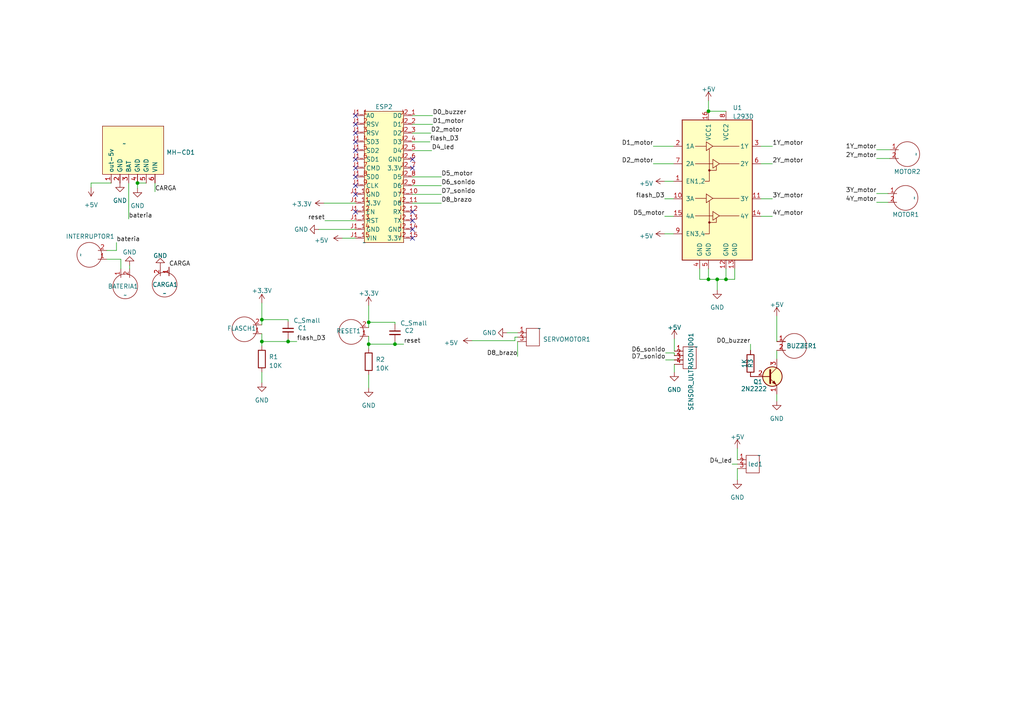
<source format=kicad_sch>
(kicad_sch (version 20230121) (generator eeschema)

  (uuid 8dfbe706-e278-467b-8a4d-004ace3fbfe4)

  (paper "A4")

  (lib_symbols
    (symbol "Device:C_Small" (pin_numbers hide) (pin_names (offset 0.254) hide) (in_bom yes) (on_board yes)
      (property "Reference" "C" (at 0.254 1.778 0)
        (effects (font (size 1.27 1.27)) (justify left))
      )
      (property "Value" "C_Small" (at 0.254 -2.032 0)
        (effects (font (size 1.27 1.27)) (justify left))
      )
      (property "Footprint" "" (at 0 0 0)
        (effects (font (size 1.27 1.27)) hide)
      )
      (property "Datasheet" "~" (at 0 0 0)
        (effects (font (size 1.27 1.27)) hide)
      )
      (property "ki_keywords" "capacitor cap" (at 0 0 0)
        (effects (font (size 1.27 1.27)) hide)
      )
      (property "ki_description" "Unpolarized capacitor, small symbol" (at 0 0 0)
        (effects (font (size 1.27 1.27)) hide)
      )
      (property "ki_fp_filters" "C_*" (at 0 0 0)
        (effects (font (size 1.27 1.27)) hide)
      )
      (symbol "C_Small_0_1"
        (polyline
          (pts
            (xy -1.524 -0.508)
            (xy 1.524 -0.508)
          )
          (stroke (width 0.3302) (type default))
          (fill (type none))
        )
        (polyline
          (pts
            (xy -1.524 0.508)
            (xy 1.524 0.508)
          )
          (stroke (width 0.3048) (type default))
          (fill (type none))
        )
      )
      (symbol "C_Small_1_1"
        (pin passive line (at 0 2.54 270) (length 2.032)
          (name "~" (effects (font (size 1.27 1.27))))
          (number "1" (effects (font (size 1.27 1.27))))
        )
        (pin passive line (at 0 -2.54 90) (length 2.032)
          (name "~" (effects (font (size 1.27 1.27))))
          (number "2" (effects (font (size 1.27 1.27))))
        )
      )
    )
    (symbol "Device:R" (pin_numbers hide) (pin_names (offset 0)) (in_bom yes) (on_board yes)
      (property "Reference" "R" (at 2.032 0 90)
        (effects (font (size 1.27 1.27)))
      )
      (property "Value" "R" (at 0 0 90)
        (effects (font (size 1.27 1.27)))
      )
      (property "Footprint" "" (at -1.778 0 90)
        (effects (font (size 1.27 1.27)) hide)
      )
      (property "Datasheet" "~" (at 0 0 0)
        (effects (font (size 1.27 1.27)) hide)
      )
      (property "ki_keywords" "R res resistor" (at 0 0 0)
        (effects (font (size 1.27 1.27)) hide)
      )
      (property "ki_description" "Resistor" (at 0 0 0)
        (effects (font (size 1.27 1.27)) hide)
      )
      (property "ki_fp_filters" "R_*" (at 0 0 0)
        (effects (font (size 1.27 1.27)) hide)
      )
      (symbol "R_0_1"
        (rectangle (start -1.016 -2.54) (end 1.016 2.54)
          (stroke (width 0.254) (type default))
          (fill (type none))
        )
      )
      (symbol "R_1_1"
        (pin passive line (at 0 3.81 270) (length 1.27)
          (name "~" (effects (font (size 1.27 1.27))))
          (number "1" (effects (font (size 1.27 1.27))))
        )
        (pin passive line (at 0 -3.81 90) (length 1.27)
          (name "~" (effects (font (size 1.27 1.27))))
          (number "2" (effects (font (size 1.27 1.27))))
        )
      )
    )
    (symbol "Driver_Motor:L293D" (pin_names (offset 1.016)) (in_bom yes) (on_board yes)
      (property "Reference" "U" (at -5.08 26.035 0)
        (effects (font (size 1.27 1.27)) (justify right))
      )
      (property "Value" "L293D" (at -5.08 24.13 0)
        (effects (font (size 1.27 1.27)) (justify right))
      )
      (property "Footprint" "Package_DIP:DIP-16_W7.62mm" (at 6.35 -19.05 0)
        (effects (font (size 1.27 1.27)) (justify left) hide)
      )
      (property "Datasheet" "http://www.ti.com/lit/ds/symlink/l293.pdf" (at -7.62 17.78 0)
        (effects (font (size 1.27 1.27)) hide)
      )
      (property "ki_keywords" "Half-H Driver Motor" (at 0 0 0)
        (effects (font (size 1.27 1.27)) hide)
      )
      (property "ki_description" "Quadruple Half-H Drivers" (at 0 0 0)
        (effects (font (size 1.27 1.27)) hide)
      )
      (property "ki_fp_filters" "DIP*W7.62mm*" (at 0 0 0)
        (effects (font (size 1.27 1.27)) hide)
      )
      (symbol "L293D_0_1"
        (rectangle (start -10.16 22.86) (end 10.16 -17.78)
          (stroke (width 0.254) (type default))
          (fill (type background))
        )
        (circle (center -2.286 -6.858) (radius 0.254)
          (stroke (width 0) (type default))
          (fill (type outline))
        )
        (circle (center -2.286 8.255) (radius 0.254)
          (stroke (width 0) (type default))
          (fill (type outline))
        )
        (polyline
          (pts
            (xy -6.35 -4.953)
            (xy -1.27 -4.953)
          )
          (stroke (width 0) (type default))
          (fill (type none))
        )
        (polyline
          (pts
            (xy -6.35 0.127)
            (xy -3.175 0.127)
          )
          (stroke (width 0) (type default))
          (fill (type none))
        )
        (polyline
          (pts
            (xy -6.35 10.16)
            (xy -1.27 10.16)
          )
          (stroke (width 0) (type default))
          (fill (type none))
        )
        (polyline
          (pts
            (xy -6.35 15.24)
            (xy -3.175 15.24)
          )
          (stroke (width 0) (type default))
          (fill (type none))
        )
        (polyline
          (pts
            (xy -1.27 0.127)
            (xy 6.35 0.127)
          )
          (stroke (width 0) (type default))
          (fill (type none))
        )
        (polyline
          (pts
            (xy -1.27 15.24)
            (xy 6.35 15.24)
          )
          (stroke (width 0) (type default))
          (fill (type none))
        )
        (polyline
          (pts
            (xy 0.635 -4.953)
            (xy 6.35 -4.953)
          )
          (stroke (width 0) (type default))
          (fill (type none))
        )
        (polyline
          (pts
            (xy 0.635 10.16)
            (xy 6.35 10.16)
          )
          (stroke (width 0) (type default))
          (fill (type none))
        )
        (polyline
          (pts
            (xy -2.286 -6.858)
            (xy -0.254 -6.858)
            (xy -0.254 -5.588)
          )
          (stroke (width 0) (type default))
          (fill (type none))
        )
        (polyline
          (pts
            (xy -2.286 -0.635)
            (xy -2.286 -10.16)
            (xy -3.556 -10.16)
          )
          (stroke (width 0) (type default))
          (fill (type none))
        )
        (polyline
          (pts
            (xy -2.286 8.255)
            (xy -0.254 8.255)
            (xy -0.254 9.525)
          )
          (stroke (width 0) (type default))
          (fill (type none))
        )
        (polyline
          (pts
            (xy -2.286 14.478)
            (xy -2.286 5.08)
            (xy -3.556 5.08)
          )
          (stroke (width 0) (type default))
          (fill (type none))
        )
        (polyline
          (pts
            (xy -3.175 1.397)
            (xy -3.175 -1.143)
            (xy -1.27 0.127)
            (xy -3.175 1.397)
          )
          (stroke (width 0) (type default))
          (fill (type none))
        )
        (polyline
          (pts
            (xy -3.175 16.51)
            (xy -3.175 13.97)
            (xy -1.27 15.24)
            (xy -3.175 16.51)
          )
          (stroke (width 0) (type default))
          (fill (type none))
        )
        (polyline
          (pts
            (xy -1.27 -3.683)
            (xy -1.27 -6.223)
            (xy 0.635 -4.953)
            (xy -1.27 -3.683)
          )
          (stroke (width 0) (type default))
          (fill (type none))
        )
        (polyline
          (pts
            (xy -1.27 11.43)
            (xy -1.27 8.89)
            (xy 0.635 10.16)
            (xy -1.27 11.43)
          )
          (stroke (width 0) (type default))
          (fill (type none))
        )
      )
      (symbol "L293D_1_1"
        (pin input line (at -12.7 5.08 0) (length 2.54)
          (name "EN1,2" (effects (font (size 1.27 1.27))))
          (number "1" (effects (font (size 1.27 1.27))))
        )
        (pin input line (at -12.7 0 0) (length 2.54)
          (name "3A" (effects (font (size 1.27 1.27))))
          (number "10" (effects (font (size 1.27 1.27))))
        )
        (pin output line (at 12.7 0 180) (length 2.54)
          (name "3Y" (effects (font (size 1.27 1.27))))
          (number "11" (effects (font (size 1.27 1.27))))
        )
        (pin power_in line (at 2.54 -20.32 90) (length 2.54)
          (name "GND" (effects (font (size 1.27 1.27))))
          (number "12" (effects (font (size 1.27 1.27))))
        )
        (pin power_in line (at 5.08 -20.32 90) (length 2.54)
          (name "GND" (effects (font (size 1.27 1.27))))
          (number "13" (effects (font (size 1.27 1.27))))
        )
        (pin output line (at 12.7 -5.08 180) (length 2.54)
          (name "4Y" (effects (font (size 1.27 1.27))))
          (number "14" (effects (font (size 1.27 1.27))))
        )
        (pin input line (at -12.7 -5.08 0) (length 2.54)
          (name "4A" (effects (font (size 1.27 1.27))))
          (number "15" (effects (font (size 1.27 1.27))))
        )
        (pin power_in line (at -2.54 25.4 270) (length 2.54)
          (name "VCC1" (effects (font (size 1.27 1.27))))
          (number "16" (effects (font (size 1.27 1.27))))
        )
        (pin input line (at -12.7 15.24 0) (length 2.54)
          (name "1A" (effects (font (size 1.27 1.27))))
          (number "2" (effects (font (size 1.27 1.27))))
        )
        (pin output line (at 12.7 15.24 180) (length 2.54)
          (name "1Y" (effects (font (size 1.27 1.27))))
          (number "3" (effects (font (size 1.27 1.27))))
        )
        (pin power_in line (at -5.08 -20.32 90) (length 2.54)
          (name "GND" (effects (font (size 1.27 1.27))))
          (number "4" (effects (font (size 1.27 1.27))))
        )
        (pin power_in line (at -2.54 -20.32 90) (length 2.54)
          (name "GND" (effects (font (size 1.27 1.27))))
          (number "5" (effects (font (size 1.27 1.27))))
        )
        (pin output line (at 12.7 10.16 180) (length 2.54)
          (name "2Y" (effects (font (size 1.27 1.27))))
          (number "6" (effects (font (size 1.27 1.27))))
        )
        (pin input line (at -12.7 10.16 0) (length 2.54)
          (name "2A" (effects (font (size 1.27 1.27))))
          (number "7" (effects (font (size 1.27 1.27))))
        )
        (pin power_in line (at 2.54 25.4 270) (length 2.54)
          (name "VCC2" (effects (font (size 1.27 1.27))))
          (number "8" (effects (font (size 1.27 1.27))))
        )
        (pin input line (at -12.7 -10.16 0) (length 2.54)
          (name "EN3,4" (effects (font (size 1.27 1.27))))
          (number "9" (effects (font (size 1.27 1.27))))
        )
      )
    )
    (symbol "ENTRADA 2PIN:ENTRADA_3" (in_bom yes) (on_board yes)
      (property "Reference" "P3" (at 1.27 7.62 0)
        (effects (font (size 1.27 1.27)))
      )
      (property "Value" "" (at 0 0 0)
        (effects (font (size 1.27 1.27)))
      )
      (property "Footprint" "" (at 0 0 0)
        (effects (font (size 1.27 1.27)) hide)
      )
      (property "Datasheet" "" (at 0 0 0)
        (effects (font (size 1.27 1.27)) hide)
      )
      (symbol "ENTRADA_3_0_1"
        (rectangle (start 0 5.08) (end 3.81 0)
          (stroke (width 0) (type default))
          (fill (type none))
        )
      )
      (symbol "ENTRADA_3_1_1"
        (pin input line (at 6.35 1.27 180) (length 2.54)
          (name "" (effects (font (size 1.27 1.27))))
          (number "1" (effects (font (size 1.27 1.27))))
        )
        (pin input line (at 6.35 2.54 180) (length 2.54)
          (name "" (effects (font (size 1.27 1.27))))
          (number "2" (effects (font (size 1.27 1.27))))
        )
        (pin input line (at 6.35 3.81 180) (length 2.54)
          (name "" (effects (font (size 1.27 1.27))))
          (number "3" (effects (font (size 1.27 1.27))))
        )
      )
    )
    (symbol "ENTRADA4_1" (in_bom yes) (on_board yes)
      (property "Reference" "P4" (at 1.27 7.62 0)
        (effects (font (size 1.27 1.27)))
      )
      (property "Value" "" (at 0 0 0)
        (effects (font (size 1.27 1.27)))
      )
      (property "Footprint" "" (at 0 0 0)
        (effects (font (size 1.27 1.27)) hide)
      )
      (property "Datasheet" "" (at 0 0 0)
        (effects (font (size 1.27 1.27)) hide)
      )
      (symbol "ENTRADA4_1_0_1"
        (rectangle (start 0 6.35) (end 3.81 0)
          (stroke (width 0) (type default))
          (fill (type none))
        )
      )
      (symbol "ENTRADA4_1_1_1"
        (pin input line (at 6.35 1.27 180) (length 2.54)
          (name "" (effects (font (size 1.27 1.27))))
          (number "1" (effects (font (size 1.27 1.27))))
        )
        (pin input line (at 6.35 2.54 180) (length 2.54)
          (name "" (effects (font (size 1.27 1.27))))
          (number "2" (effects (font (size 1.27 1.27))))
        )
        (pin input line (at 6.35 3.81 180) (length 2.54)
          (name "" (effects (font (size 1.27 1.27))))
          (number "3" (effects (font (size 1.27 1.27))))
        )
        (pin input line (at 6.35 5.08 180) (length 2.54)
          (name "" (effects (font (size 1.27 1.27))))
          (number "4" (effects (font (size 1.27 1.27))))
        )
      )
    )
    (symbol "ENTRADA_1" (in_bom yes) (on_board yes)
      (property "Reference" "PIN" (at 0 0 0)
        (effects (font (size 1.27 1.27)))
      )
      (property "Value" "" (at 0 0 0)
        (effects (font (size 1.27 1.27)))
      )
      (property "Footprint" "" (at 0 0 0)
        (effects (font (size 1.27 1.27)) hide)
      )
      (property "Datasheet" "" (at 0 0 0)
        (effects (font (size 1.27 1.27)) hide)
      )
      (symbol "ENTRADA_1_0_1"
        (circle (center 0 -2.54) (radius 3.5921)
          (stroke (width 0) (type default))
          (fill (type none))
        )
      )
      (symbol "ENTRADA_1_1_1"
        (pin input line (at -1.27 -7.62 90) (length 2.54)
          (name "" (effects (font (size 1.27 1.27))))
          (number "1" (effects (font (size 1.27 1.27))))
        )
        (pin input line (at 1.27 -7.62 90) (length 2.54)
          (name "" (effects (font (size 1.27 1.27))))
          (number "2" (effects (font (size 1.27 1.27))))
        )
      )
    )
    (symbol "ESP8266_1" (in_bom yes) (on_board yes)
      (property "Reference" "ESP8266" (at 6.35 31.75 90)
        (effects (font (size 1.27 1.27)))
      )
      (property "Value" "" (at 0 0 0)
        (effects (font (size 1.27 1.27)))
      )
      (property "Footprint" "" (at 0 0 0)
        (effects (font (size 1.27 1.27)) hide)
      )
      (property "Datasheet" "" (at 0 0 0)
        (effects (font (size 1.27 1.27)) hide)
      )
      (symbol "ESP8266_1_1_1"
        (rectangle (start 0 38.1) (end 11.43 0)
          (stroke (width 0) (type default))
          (fill (type background))
        )
        (pin input line (at -2.54 36.83 0) (length 2.54)
          (name "A0" (effects (font (size 1.27 1.27))))
          (number "J1_1" (effects (font (size 1.27 1.27))))
        )
        (pin input line (at -2.54 13.97 0) (length 2.54)
          (name "GND" (effects (font (size 1.27 1.27))))
          (number "J1_10" (effects (font (size 1.27 1.27))))
        )
        (pin input line (at -2.54 11.43 0) (length 2.54)
          (name "3.3V" (effects (font (size 1.27 1.27))))
          (number "J1_11" (effects (font (size 1.27 1.27))))
        )
        (pin input line (at -2.54 8.89 0) (length 2.54)
          (name "EN" (effects (font (size 1.27 1.27))))
          (number "J1_12" (effects (font (size 1.27 1.27))))
        )
        (pin input line (at -2.54 6.35 0) (length 2.54)
          (name "RST" (effects (font (size 1.27 1.27))))
          (number "J1_13" (effects (font (size 1.27 1.27))))
        )
        (pin input line (at -2.54 3.81 0) (length 2.54)
          (name "GND" (effects (font (size 1.27 1.27))))
          (number "J1_14" (effects (font (size 1.27 1.27))))
        )
        (pin input line (at -2.54 1.27 0) (length 2.54)
          (name "VIN" (effects (font (size 1.27 1.27))))
          (number "J1_15" (effects (font (size 1.27 1.27))))
        )
        (pin input line (at -2.54 34.29 0) (length 2.54)
          (name "RSV" (effects (font (size 1.27 1.27))))
          (number "J1_2" (effects (font (size 1.27 1.27))))
        )
        (pin input line (at -2.54 31.75 0) (length 2.54)
          (name "RSV" (effects (font (size 1.27 1.27))))
          (number "J1_3" (effects (font (size 1.27 1.27))))
        )
        (pin input line (at -2.54 29.21 0) (length 2.54)
          (name "SD3" (effects (font (size 1.27 1.27))))
          (number "J1_4" (effects (font (size 1.27 1.27))))
        )
        (pin input line (at -2.54 26.67 0) (length 2.54)
          (name "SD2" (effects (font (size 1.27 1.27))))
          (number "J1_5" (effects (font (size 1.27 1.27))))
        )
        (pin input line (at -2.54 24.13 0) (length 2.54)
          (name "SD1" (effects (font (size 1.27 1.27))))
          (number "J1_6" (effects (font (size 1.27 1.27))))
        )
        (pin input line (at -2.54 21.59 0) (length 2.54)
          (name "CMD" (effects (font (size 1.27 1.27))))
          (number "J1_7" (effects (font (size 1.27 1.27))))
        )
        (pin input line (at -2.54 19.05 0) (length 2.54)
          (name "SD0" (effects (font (size 1.27 1.27))))
          (number "J1_8" (effects (font (size 1.27 1.27))))
        )
        (pin input line (at -2.54 16.51 0) (length 2.54)
          (name "CLK" (effects (font (size 1.27 1.27))))
          (number "J1_9" (effects (font (size 1.27 1.27))))
        )
        (pin input line (at 13.97 36.83 180) (length 2.54)
          (name "D0" (effects (font (size 1.27 1.27))))
          (number "J2_1" (effects (font (size 1.27 1.27))))
        )
        (pin input line (at 13.97 13.97 180) (length 2.54)
          (name "D7" (effects (font (size 1.27 1.27))))
          (number "J2_10" (effects (font (size 1.27 1.27))))
        )
        (pin input line (at 13.97 11.43 180) (length 2.54)
          (name "D8" (effects (font (size 1.27 1.27))))
          (number "J2_11" (effects (font (size 1.27 1.27))))
        )
        (pin input line (at 13.97 8.89 180) (length 2.54)
          (name "RX" (effects (font (size 1.27 1.27))))
          (number "J2_12" (effects (font (size 1.27 1.27))))
        )
        (pin input line (at 13.97 6.35 180) (length 2.54)
          (name "TX" (effects (font (size 1.27 1.27))))
          (number "J2_13" (effects (font (size 1.27 1.27))))
        )
        (pin input line (at 13.97 3.81 180) (length 2.54)
          (name "GND" (effects (font (size 1.27 1.27))))
          (number "J2_14" (effects (font (size 1.27 1.27))))
        )
        (pin input line (at 13.97 1.27 180) (length 2.54)
          (name "3.3V" (effects (font (size 1.27 1.27))))
          (number "J2_15" (effects (font (size 1.27 1.27))))
        )
        (pin input line (at 13.97 34.29 180) (length 2.54)
          (name "D1" (effects (font (size 1.27 1.27))))
          (number "J2_2" (effects (font (size 1.27 1.27))))
        )
        (pin input line (at 13.97 31.75 180) (length 2.54)
          (name "D2" (effects (font (size 1.27 1.27))))
          (number "J2_3" (effects (font (size 1.27 1.27))))
        )
        (pin input line (at 13.97 29.21 180) (length 2.54)
          (name "D3" (effects (font (size 1.27 1.27))))
          (number "J2_4" (effects (font (size 1.27 1.27))))
        )
        (pin input line (at 13.97 26.67 180) (length 2.54)
          (name "D4" (effects (font (size 1.27 1.27))))
          (number "J2_5" (effects (font (size 1.27 1.27))))
        )
        (pin input line (at 13.97 24.13 180) (length 2.54)
          (name "GND" (effects (font (size 1.27 1.27))))
          (number "J2_6" (effects (font (size 1.27 1.27))))
        )
        (pin input line (at 13.97 21.59 180) (length 2.54)
          (name "3.3V" (effects (font (size 1.27 1.27))))
          (number "J2_7" (effects (font (size 1.27 1.27))))
        )
        (pin input line (at 13.97 19.05 180) (length 2.54)
          (name "D5" (effects (font (size 1.27 1.27))))
          (number "J2_8" (effects (font (size 1.27 1.27))))
        )
        (pin input line (at 13.97 16.51 180) (length 2.54)
          (name "D6" (effects (font (size 1.27 1.27))))
          (number "J2_9" (effects (font (size 1.27 1.27))))
        )
      )
    )
    (symbol "MH-CD42:KH-CD42" (in_bom yes) (on_board yes)
      (property "Reference" "MH-CD42" (at 0 0 0)
        (effects (font (size 1.27 1.27)))
      )
      (property "Value" "" (at -2.54 0 0)
        (effects (font (size 1.27 1.27)))
      )
      (property "Footprint" "" (at -2.54 0 0)
        (effects (font (size 1.27 1.27)) hide)
      )
      (property "Datasheet" "" (at -2.54 0 0)
        (effects (font (size 1.27 1.27)) hide)
      )
      (symbol "KH-CD42_1_1"
        (rectangle (start -8.89 5.08) (end 8.89 -8.89)
          (stroke (width 0) (type default))
          (fill (type background))
        )
        (pin output line (at -6.35 -11.43 90) (length 2.54)
          (name "out-5v" (effects (font (size 1.27 1.27))))
          (number "1" (effects (font (size 1.27 1.27))))
        )
        (pin input line (at -3.81 -11.43 90) (length 2.54)
          (name "GND" (effects (font (size 1.27 1.27))))
          (number "2" (effects (font (size 1.27 1.27))))
        )
        (pin input line (at -1.27 -11.43 90) (length 2.54)
          (name "BAT" (effects (font (size 1.27 1.27))))
          (number "3" (effects (font (size 1.27 1.27))))
        )
        (pin output line (at 1.27 -11.43 90) (length 2.54)
          (name "GND" (effects (font (size 1.27 1.27))))
          (number "4" (effects (font (size 1.27 1.27))))
        )
        (pin output line (at 3.81 -11.43 90) (length 2.54)
          (name "GND" (effects (font (size 1.27 1.27))))
          (number "5" (effects (font (size 1.27 1.27))))
        )
        (pin input line (at 6.35 -11.43 90) (length 2.54)
          (name "VIN" (effects (font (size 1.27 1.27))))
          (number "6" (effects (font (size 1.27 1.27))))
        )
      )
    )
    (symbol "PCM_Transistor_BJT_AKL:2N2222" (pin_names hide) (in_bom yes) (on_board yes)
      (property "Reference" "Q" (at 5.08 1.27 0)
        (effects (font (size 1.27 1.27)) (justify left))
      )
      (property "Value" "2N2222" (at 5.08 -1.27 0)
        (effects (font (size 1.27 1.27)) (justify left))
      )
      (property "Footprint" "Package_TO_SOT_THT_AKL:TO-18-3_EBC" (at 5.08 2.54 0)
        (effects (font (size 1.27 1.27)) hide)
      )
      (property "Datasheet" "https://www.farnell.com/datasheets/296640.pdf" (at 0 0 0)
        (effects (font (size 1.27 1.27)) hide)
      )
      (property "ki_keywords" "transistor NPN 2N2222" (at 0 0 0)
        (effects (font (size 1.27 1.27)) hide)
      )
      (property "ki_description" "NPN TO-18 transistor, 30V, 0.8A, 500mW, Alternate KiCAD Library" (at 0 0 0)
        (effects (font (size 1.27 1.27)) hide)
      )
      (symbol "2N2222_0_1"
        (polyline
          (pts
            (xy 0.635 0.635)
            (xy 2.54 2.54)
          )
          (stroke (width 0) (type default))
          (fill (type none))
        )
        (polyline
          (pts
            (xy 0.635 -0.635)
            (xy 2.54 -2.54)
            (xy 2.54 -2.54)
          )
          (stroke (width 0) (type default))
          (fill (type none))
        )
        (polyline
          (pts
            (xy 0.635 1.905)
            (xy 0.635 -1.905)
            (xy 0.635 -1.905)
          )
          (stroke (width 0.508) (type default))
          (fill (type none))
        )
        (polyline
          (pts
            (xy 1.27 -1.778)
            (xy 1.778 -1.27)
            (xy 2.286 -2.286)
            (xy 1.27 -1.778)
            (xy 1.27 -1.778)
          )
          (stroke (width 0) (type default))
          (fill (type outline))
        )
        (circle (center 1.27 0) (radius 2.8194)
          (stroke (width 0.254) (type default))
          (fill (type background))
        )
      )
      (symbol "2N2222_1_1"
        (pin passive line (at 2.54 -5.08 90) (length 2.54)
          (name "E" (effects (font (size 1.27 1.27))))
          (number "1" (effects (font (size 1.27 1.27))))
        )
        (pin passive line (at -5.08 0 0) (length 5.715)
          (name "B" (effects (font (size 1.27 1.27))))
          (number "2" (effects (font (size 1.27 1.27))))
        )
        (pin passive line (at 2.54 5.08 270) (length 2.54)
          (name "C" (effects (font (size 1.27 1.27))))
          (number "3" (effects (font (size 1.27 1.27))))
        )
      )
    )
    (symbol "power:+3.3V" (power) (pin_names (offset 0)) (in_bom yes) (on_board yes)
      (property "Reference" "#PWR" (at 0 -3.81 0)
        (effects (font (size 1.27 1.27)) hide)
      )
      (property "Value" "+3.3V" (at 0 3.556 0)
        (effects (font (size 1.27 1.27)))
      )
      (property "Footprint" "" (at 0 0 0)
        (effects (font (size 1.27 1.27)) hide)
      )
      (property "Datasheet" "" (at 0 0 0)
        (effects (font (size 1.27 1.27)) hide)
      )
      (property "ki_keywords" "global power" (at 0 0 0)
        (effects (font (size 1.27 1.27)) hide)
      )
      (property "ki_description" "Power symbol creates a global label with name \"+3.3V\"" (at 0 0 0)
        (effects (font (size 1.27 1.27)) hide)
      )
      (symbol "+3.3V_0_1"
        (polyline
          (pts
            (xy -0.762 1.27)
            (xy 0 2.54)
          )
          (stroke (width 0) (type default))
          (fill (type none))
        )
        (polyline
          (pts
            (xy 0 0)
            (xy 0 2.54)
          )
          (stroke (width 0) (type default))
          (fill (type none))
        )
        (polyline
          (pts
            (xy 0 2.54)
            (xy 0.762 1.27)
          )
          (stroke (width 0) (type default))
          (fill (type none))
        )
      )
      (symbol "+3.3V_1_1"
        (pin power_in line (at 0 0 90) (length 0) hide
          (name "+3.3V" (effects (font (size 1.27 1.27))))
          (number "1" (effects (font (size 1.27 1.27))))
        )
      )
    )
    (symbol "power:+5V" (power) (pin_names (offset 0)) (in_bom yes) (on_board yes)
      (property "Reference" "#PWR" (at 0 -3.81 0)
        (effects (font (size 1.27 1.27)) hide)
      )
      (property "Value" "+5V" (at 0 3.556 0)
        (effects (font (size 1.27 1.27)))
      )
      (property "Footprint" "" (at 0 0 0)
        (effects (font (size 1.27 1.27)) hide)
      )
      (property "Datasheet" "" (at 0 0 0)
        (effects (font (size 1.27 1.27)) hide)
      )
      (property "ki_keywords" "global power" (at 0 0 0)
        (effects (font (size 1.27 1.27)) hide)
      )
      (property "ki_description" "Power symbol creates a global label with name \"+5V\"" (at 0 0 0)
        (effects (font (size 1.27 1.27)) hide)
      )
      (symbol "+5V_0_1"
        (polyline
          (pts
            (xy -0.762 1.27)
            (xy 0 2.54)
          )
          (stroke (width 0) (type default))
          (fill (type none))
        )
        (polyline
          (pts
            (xy 0 0)
            (xy 0 2.54)
          )
          (stroke (width 0) (type default))
          (fill (type none))
        )
        (polyline
          (pts
            (xy 0 2.54)
            (xy 0.762 1.27)
          )
          (stroke (width 0) (type default))
          (fill (type none))
        )
      )
      (symbol "+5V_1_1"
        (pin power_in line (at 0 0 90) (length 0) hide
          (name "+5V" (effects (font (size 1.27 1.27))))
          (number "1" (effects (font (size 1.27 1.27))))
        )
      )
    )
    (symbol "power:GND" (power) (pin_names (offset 0)) (in_bom yes) (on_board yes)
      (property "Reference" "#PWR" (at 0 -6.35 0)
        (effects (font (size 1.27 1.27)) hide)
      )
      (property "Value" "GND" (at 0 -3.81 0)
        (effects (font (size 1.27 1.27)))
      )
      (property "Footprint" "" (at 0 0 0)
        (effects (font (size 1.27 1.27)) hide)
      )
      (property "Datasheet" "" (at 0 0 0)
        (effects (font (size 1.27 1.27)) hide)
      )
      (property "ki_keywords" "global power" (at 0 0 0)
        (effects (font (size 1.27 1.27)) hide)
      )
      (property "ki_description" "Power symbol creates a global label with name \"GND\" , ground" (at 0 0 0)
        (effects (font (size 1.27 1.27)) hide)
      )
      (symbol "GND_0_1"
        (polyline
          (pts
            (xy 0 0)
            (xy 0 -1.27)
            (xy 1.27 -1.27)
            (xy 0 -2.54)
            (xy -1.27 -1.27)
            (xy 0 -1.27)
          )
          (stroke (width 0) (type default))
          (fill (type none))
        )
      )
      (symbol "GND_1_1"
        (pin power_in line (at 0 0 270) (length 0) hide
          (name "GND" (effects (font (size 1.27 1.27))))
          (number "1" (effects (font (size 1.27 1.27))))
        )
      )
    )
  )

  (junction (at 106.934 93.472) (diameter 0) (color 0 0 0 0)
    (uuid 14e16315-1bef-48a4-95b2-1bc8cc18aa42)
  )
  (junction (at 75.946 92.71) (diameter 0) (color 0 0 0 0)
    (uuid 3f6fb503-9dd1-4afa-9c6f-f48239a15b95)
  )
  (junction (at 75.946 99.06) (diameter 0) (color 0 0 0 0)
    (uuid 4e1962e3-3fa3-4e87-b526-c095315ac050)
  )
  (junction (at 208.026 81.026) (diameter 0) (color 0 0 0 0)
    (uuid 6d217835-69f2-4941-9a22-23a185e2724a)
  )
  (junction (at 205.486 81.026) (diameter 0) (color 0 0 0 0)
    (uuid 87d4121d-df6e-4e3c-8057-39ee16df4376)
  )
  (junction (at 210.566 81.026) (diameter 0) (color 0 0 0 0)
    (uuid 8ee77f8a-2445-4fcf-b44e-1f366cd4c9f0)
  )
  (junction (at 39.878 53.086) (diameter 0) (color 0 0 0 0)
    (uuid a3869862-80ef-45bb-87b9-1da8bc6f1c10)
  )
  (junction (at 83.566 99.06) (diameter 0) (color 0 0 0 0)
    (uuid d201e2b3-7891-434a-ba2c-5f3ab5a50186)
  )
  (junction (at 114.554 99.822) (diameter 0) (color 0 0 0 0)
    (uuid dc51a407-a6b3-4335-b034-599e825732b4)
  )
  (junction (at 106.934 99.822) (diameter 0) (color 0 0 0 0)
    (uuid e650a20b-4cca-4ceb-a1fd-aa16e7816352)
  )
  (junction (at 205.486 32.258) (diameter 0) (color 0 0 0 0)
    (uuid ee1eb2f2-7c02-4eaa-ad18-b9766e268300)
  )

  (no_connect (at 103.124 46.228) (uuid 0a2c4430-3172-48d8-8343-58d7ad21a2bf))
  (no_connect (at 103.124 41.148) (uuid 15a364b6-d908-49f1-b956-c66f0d24afed))
  (no_connect (at 119.634 48.768) (uuid 38e8f94c-629b-4708-a270-f718b2b6f29a))
  (no_connect (at 103.124 53.848) (uuid 45023c9f-8a74-412c-b0f2-586c7d2002d8))
  (no_connect (at 119.634 61.468) (uuid 585fcbd9-607b-48cc-8435-2a5a3542d8a8))
  (no_connect (at 103.124 36.068) (uuid 5ef9266b-340e-43b3-8573-dbdfed57fea4))
  (no_connect (at 119.634 46.228) (uuid 6400a19b-4989-4e4a-838d-dad8e427b1e8))
  (no_connect (at 103.124 38.608) (uuid 6472750b-8965-4465-84fc-15993f420a6e))
  (no_connect (at 103.124 48.768) (uuid 6bb30085-2969-4773-b07b-ab0d297c1194))
  (no_connect (at 119.634 69.088) (uuid 6ce3ead5-9d1b-4c54-9f65-84da80d57271))
  (no_connect (at 103.124 51.308) (uuid 768107c9-ff8b-414c-b23e-5114ffe81b58))
  (no_connect (at 103.124 61.468) (uuid 88958e28-a29f-4133-beae-3e9734d326ea))
  (no_connect (at 103.124 33.528) (uuid b351dcb0-d917-41c9-9367-184c9b5e5a22))
  (no_connect (at 103.124 56.388) (uuid ccf11b34-f60a-42c2-9657-90035768834e))
  (no_connect (at 103.124 43.688) (uuid d30aaae8-9682-4acf-a01a-e9c4a23e9b8d))
  (no_connect (at 119.634 66.548) (uuid e94979e8-23c2-4de4-909c-0264e2068350))
  (no_connect (at 119.634 64.008) (uuid f3753512-263a-4a34-a279-8b25dc277ca5))

  (wire (pts (xy 128.016 51.308) (xy 119.634 51.308))
    (stroke (width 0) (type default))
    (uuid 060e9a3f-a564-4b64-ae3f-3a5a4f06464f)
  )
  (wire (pts (xy 192.786 62.738) (xy 195.326 62.738))
    (stroke (width 0) (type default))
    (uuid 089606e1-cfd1-4bbf-bff3-c8689677d151)
  )
  (wire (pts (xy 213.868 130.048) (xy 213.868 133.35))
    (stroke (width 0) (type default))
    (uuid 0d459c4b-a01e-4673-a5a4-8ec4c72e1919)
  )
  (wire (pts (xy 202.946 77.978) (xy 202.946 81.026))
    (stroke (width 0) (type default))
    (uuid 0eeb402f-e6d4-49dd-aba4-809d5c463908)
  )
  (wire (pts (xy 208.026 81.026) (xy 210.566 81.026))
    (stroke (width 0) (type default))
    (uuid 11a266c5-259f-4e92-9298-a1667da847b8)
  )
  (wire (pts (xy 75.946 99.06) (xy 75.946 100.33))
    (stroke (width 0) (type default))
    (uuid 1342a180-3a08-4f99-9d10-2acf044cd7bc)
  )
  (wire (pts (xy 106.934 97.536) (xy 106.934 99.822))
    (stroke (width 0) (type default))
    (uuid 137f4053-30b8-41fd-acdf-f98b828b5d3a)
  )
  (wire (pts (xy 212.344 134.62) (xy 213.868 134.62))
    (stroke (width 0) (type default))
    (uuid 142c9361-b893-46f1-91c7-438bb14ab655)
  )
  (wire (pts (xy 83.566 99.06) (xy 86.106 99.06))
    (stroke (width 0) (type default))
    (uuid 1c3350a8-6d80-4bed-a17e-7b5a0f62004f)
  )
  (wire (pts (xy 193.04 102.362) (xy 195.58 102.362))
    (stroke (width 0) (type default))
    (uuid 1cafb8ae-f19a-4624-848d-402bfeaf9ec1)
  )
  (wire (pts (xy 224.028 57.658) (xy 220.726 57.658))
    (stroke (width 0) (type default))
    (uuid 1d6bb651-4acd-4d8e-b94a-0eb2c876d843)
  )
  (wire (pts (xy 106.934 88.646) (xy 106.934 93.472))
    (stroke (width 0) (type default))
    (uuid 1fec6321-46f8-435a-b986-57b8908b75a7)
  )
  (wire (pts (xy 225.298 114.3) (xy 225.298 116.332))
    (stroke (width 0) (type default))
    (uuid 245b99f5-afd8-4b12-85a5-674ce22e71ac)
  )
  (wire (pts (xy 195.326 47.498) (xy 189.484 47.498))
    (stroke (width 0) (type default))
    (uuid 270240c9-cd49-4af9-8bb1-f7c323b424be)
  )
  (wire (pts (xy 35.052 77.978) (xy 35.052 75.184))
    (stroke (width 0) (type default))
    (uuid 27b28029-bb21-4eef-bf5d-497efe1bdca2)
  )
  (wire (pts (xy 83.566 92.71) (xy 83.566 93.218))
    (stroke (width 0) (type default))
    (uuid 30198552-c096-4f59-86ae-a558407bd065)
  )
  (wire (pts (xy 254.254 45.974) (xy 258.064 45.974))
    (stroke (width 0) (type default))
    (uuid 306d53ae-59b9-4d3a-8f29-81850b8f4716)
  )
  (wire (pts (xy 210.566 77.978) (xy 210.566 81.026))
    (stroke (width 0) (type default))
    (uuid 310e0be9-757b-4358-af4b-30eccac38c07)
  )
  (wire (pts (xy 128.016 56.388) (xy 119.634 56.388))
    (stroke (width 0) (type default))
    (uuid 3117f713-5a58-4217-8c0e-5bf7989b8ee5)
  )
  (wire (pts (xy 208.026 84.074) (xy 208.026 81.026))
    (stroke (width 0) (type default))
    (uuid 3348a0e7-a164-4eb7-a71e-3508581c94ef)
  )
  (wire (pts (xy 44.958 55.626) (xy 44.958 53.086))
    (stroke (width 0) (type default))
    (uuid 35d451be-ab3d-453d-a36b-03b9d055db19)
  )
  (wire (pts (xy 195.58 102.362) (xy 195.58 103.124))
    (stroke (width 0) (type default))
    (uuid 3bd0a53a-da15-40a9-a0a5-51fcd0cd9590)
  )
  (wire (pts (xy 205.486 77.978) (xy 205.486 81.026))
    (stroke (width 0) (type default))
    (uuid 3d698608-5536-4529-bc70-5130ad899be8)
  )
  (wire (pts (xy 193.04 104.394) (xy 195.58 104.394))
    (stroke (width 0) (type default))
    (uuid 3fef60ba-e466-4efd-bc73-20a3f09ac211)
  )
  (wire (pts (xy 124.968 38.608) (xy 119.634 38.608))
    (stroke (width 0) (type default))
    (uuid 405e374c-a3d0-4b73-ad17-a16389a2b469)
  )
  (wire (pts (xy 225.298 101.6) (xy 225.298 104.14))
    (stroke (width 0) (type default))
    (uuid 40d1216c-66de-46b1-8192-dbf250e5fc00)
  )
  (wire (pts (xy 106.934 99.822) (xy 106.934 101.092))
    (stroke (width 0) (type default))
    (uuid 474c0c1d-e972-41ed-ac71-5494a529eed8)
  )
  (wire (pts (xy 189.484 42.418) (xy 195.326 42.418))
    (stroke (width 0) (type default))
    (uuid 481a4d0d-4112-4da0-8b27-20a6271bbbfd)
  )
  (wire (pts (xy 147.066 96.52) (xy 150.114 96.52))
    (stroke (width 0) (type default))
    (uuid 51b24a30-d601-444e-875b-4378c774f0bf)
  )
  (wire (pts (xy 149.352 97.79) (xy 150.114 97.79))
    (stroke (width 0) (type default))
    (uuid 53254e46-d911-4ddc-8303-aaba4f4c611c)
  )
  (wire (pts (xy 149.352 98.806) (xy 149.352 97.79))
    (stroke (width 0) (type default))
    (uuid 547e97d6-aab6-42d5-aa4c-86372492f4e5)
  )
  (wire (pts (xy 37.338 63.5) (xy 37.338 53.086))
    (stroke (width 0) (type default))
    (uuid 54ca0adb-e7f6-48f2-a5ac-2e602c44b3a9)
  )
  (wire (pts (xy 254.254 43.434) (xy 258.064 43.434))
    (stroke (width 0) (type default))
    (uuid 56414a84-b21d-4fc5-ac1f-b92eef6d2c54)
  )
  (wire (pts (xy 75.946 96.774) (xy 75.946 99.06))
    (stroke (width 0) (type default))
    (uuid 5f071e9f-a057-4df1-8bc5-7625975bbd57)
  )
  (wire (pts (xy 217.678 99.822) (xy 217.678 101.6))
    (stroke (width 0) (type default))
    (uuid 5f67fd27-aee2-4af2-aded-0fa9954c509f)
  )
  (wire (pts (xy 192.786 57.658) (xy 195.326 57.658))
    (stroke (width 0) (type default))
    (uuid 5f7bd95f-247b-418a-9bb7-b35410c0d432)
  )
  (wire (pts (xy 92.456 66.548) (xy 103.124 66.548))
    (stroke (width 0) (type default))
    (uuid 64c4ad48-35d2-4b45-9834-4fd0b1addfb0)
  )
  (wire (pts (xy 39.878 53.086) (xy 42.418 53.086))
    (stroke (width 0) (type default))
    (uuid 652789ee-a671-4dc5-9aff-71242d5d8781)
  )
  (wire (pts (xy 224.028 62.738) (xy 220.726 62.738))
    (stroke (width 0) (type default))
    (uuid 69d8ce8e-01a5-4c1f-ad09-154bec467c46)
  )
  (wire (pts (xy 202.946 81.026) (xy 205.486 81.026))
    (stroke (width 0) (type default))
    (uuid 6a14dc33-76c3-4252-893e-fbe5dd0e35d8)
  )
  (wire (pts (xy 106.934 108.712) (xy 106.934 112.522))
    (stroke (width 0) (type default))
    (uuid 6b928e08-f74a-4485-9f26-921be7af1cdb)
  )
  (wire (pts (xy 75.946 87.884) (xy 75.946 92.71))
    (stroke (width 0) (type default))
    (uuid 6c5426d4-b84b-4e17-8dba-6b72d8dc650f)
  )
  (wire (pts (xy 119.634 41.148) (xy 124.714 41.148))
    (stroke (width 0) (type default))
    (uuid 713c8280-f7f1-441b-aab0-99807bddb5c5)
  )
  (wire (pts (xy 136.906 98.806) (xy 149.352 98.806))
    (stroke (width 0) (type default))
    (uuid 73c5631a-ae1e-478a-b6e0-8232aa40cf24)
  )
  (wire (pts (xy 125.222 43.688) (xy 119.634 43.688))
    (stroke (width 0) (type default))
    (uuid 74c0aec6-1983-45ed-9ad2-e011d9abd0bb)
  )
  (wire (pts (xy 114.554 93.472) (xy 114.554 93.98))
    (stroke (width 0) (type default))
    (uuid 757fb419-5f2f-46d5-a017-dee6ac6acf9d)
  )
  (wire (pts (xy 35.052 75.184) (xy 30.988 75.184))
    (stroke (width 0) (type default))
    (uuid 79bc6e74-d464-4f28-8598-548b081dcff0)
  )
  (wire (pts (xy 195.58 107.95) (xy 195.58 105.664))
    (stroke (width 0) (type default))
    (uuid 7a2ce0ef-1aa4-48d1-9d7d-5de83a66f618)
  )
  (wire (pts (xy 128.016 53.848) (xy 119.634 53.848))
    (stroke (width 0) (type default))
    (uuid 7e4cc278-4c23-45d0-9a7f-161301c7f1ea)
  )
  (wire (pts (xy 205.486 32.258) (xy 210.566 32.258))
    (stroke (width 0) (type default))
    (uuid 8337dd87-805d-4c55-91ae-31627b2d2a1d)
  )
  (wire (pts (xy 75.946 107.95) (xy 75.946 110.998))
    (stroke (width 0) (type default))
    (uuid 835ffcf0-5f3b-46c3-9c96-f5812eb9d0db)
  )
  (wire (pts (xy 75.946 94.234) (xy 75.946 92.71))
    (stroke (width 0) (type default))
    (uuid 8e81b46e-483e-465d-8be7-c876af4d9411)
  )
  (wire (pts (xy 37.592 76.962) (xy 37.592 77.978))
    (stroke (width 0) (type default))
    (uuid 9066ef6e-2ee8-44da-8d1b-cc890e2087d4)
  )
  (wire (pts (xy 114.554 99.06) (xy 114.554 99.822))
    (stroke (width 0) (type default))
    (uuid 909a3c6f-285f-4d01-be15-f13f388b04d9)
  )
  (wire (pts (xy 128.016 58.928) (xy 119.634 58.928))
    (stroke (width 0) (type default))
    (uuid 932b4c23-d0cd-457f-8121-9afd63aa3d5f)
  )
  (wire (pts (xy 125.476 33.528) (xy 119.634 33.528))
    (stroke (width 0) (type default))
    (uuid 9c688f54-d8d0-48bc-bec1-6e161bf88ffb)
  )
  (wire (pts (xy 205.486 81.026) (xy 208.026 81.026))
    (stroke (width 0) (type default))
    (uuid 9cebb1bd-3fa6-43a1-ba78-60d1a8f4d404)
  )
  (wire (pts (xy 114.554 99.822) (xy 106.934 99.822))
    (stroke (width 0) (type default))
    (uuid a63693cc-cf7b-48ba-ae8e-c770ccb7ba6e)
  )
  (wire (pts (xy 26.416 53.086) (xy 32.258 53.086))
    (stroke (width 0) (type default))
    (uuid a99d277c-b2fd-4977-bd4b-a2899c23e352)
  )
  (wire (pts (xy 83.566 98.298) (xy 83.566 99.06))
    (stroke (width 0) (type default))
    (uuid aba484f6-efc6-40e9-a354-66ccbc78b557)
  )
  (wire (pts (xy 254.254 58.674) (xy 257.556 58.674))
    (stroke (width 0) (type default))
    (uuid abbf5620-73a1-47c3-ab25-808d9856d9a4)
  )
  (wire (pts (xy 99.314 69.088) (xy 103.124 69.088))
    (stroke (width 0) (type default))
    (uuid abc67bc4-a347-4f6d-be63-98f94915f2c8)
  )
  (wire (pts (xy 33.782 72.644) (xy 30.988 72.644))
    (stroke (width 0) (type default))
    (uuid ad447c9f-1779-4ee5-a7c8-bcb52bb354d6)
  )
  (wire (pts (xy 125.476 36.068) (xy 119.634 36.068))
    (stroke (width 0) (type default))
    (uuid b0a41b1c-cef4-43c3-aab9-cf50fc372117)
  )
  (wire (pts (xy 75.946 92.71) (xy 83.566 92.71))
    (stroke (width 0) (type default))
    (uuid b3b76133-de58-45b8-81be-517cb41692d2)
  )
  (wire (pts (xy 225.298 91.694) (xy 225.298 99.06))
    (stroke (width 0) (type default))
    (uuid b99b2376-0346-4afb-85c9-619c7abd1948)
  )
  (wire (pts (xy 150.114 103.378) (xy 150.114 99.06))
    (stroke (width 0) (type default))
    (uuid c4583945-1265-48dd-bd4a-25fc10c8072d)
  )
  (wire (pts (xy 106.934 93.472) (xy 114.554 93.472))
    (stroke (width 0) (type default))
    (uuid c5e5ab89-1563-4952-9386-ee85c8b5122e)
  )
  (wire (pts (xy 93.98 58.928) (xy 103.124 58.928))
    (stroke (width 0) (type default))
    (uuid c948f7ac-ebdb-4e7e-b569-700a04892b5c)
  )
  (wire (pts (xy 213.868 139.192) (xy 213.868 135.89))
    (stroke (width 0) (type default))
    (uuid cb394b75-267b-4cfa-a123-0a660d041154)
  )
  (wire (pts (xy 195.326 67.818) (xy 192.786 67.818))
    (stroke (width 0) (type default))
    (uuid d1941994-1ad2-4fb6-b5b3-5f5db8019060)
  )
  (wire (pts (xy 213.106 81.026) (xy 213.106 77.978))
    (stroke (width 0) (type default))
    (uuid d6830a91-5e25-48ad-a036-12e49cb2d0bc)
  )
  (wire (pts (xy 195.58 98.298) (xy 195.58 101.854))
    (stroke (width 0) (type default))
    (uuid d75f1f22-073d-47b8-a240-580857957a35)
  )
  (wire (pts (xy 224.028 47.498) (xy 220.726 47.498))
    (stroke (width 0) (type default))
    (uuid da60191c-c225-452a-b15d-b73faba550eb)
  )
  (wire (pts (xy 254.254 56.134) (xy 257.556 56.134))
    (stroke (width 0) (type default))
    (uuid df367e7d-9c61-4e2a-aa72-488a52dd93b2)
  )
  (wire (pts (xy 94.234 64.008) (xy 103.124 64.008))
    (stroke (width 0) (type default))
    (uuid e2731d54-ea78-4486-9b70-b3681b2d797f)
  )
  (wire (pts (xy 195.326 52.578) (xy 192.786 52.578))
    (stroke (width 0) (type default))
    (uuid e2df18e3-b3a0-4911-bb2b-7db966d094f9)
  )
  (wire (pts (xy 39.878 54.61) (xy 39.878 53.086))
    (stroke (width 0) (type default))
    (uuid e48aa450-e1f0-4c70-8538-4d157f316eac)
  )
  (wire (pts (xy 205.486 29.21) (xy 205.486 32.258))
    (stroke (width 0) (type default))
    (uuid e8948cda-474e-4b7a-a1bd-b94da1c8bf0b)
  )
  (wire (pts (xy 114.554 99.822) (xy 117.094 99.822))
    (stroke (width 0) (type default))
    (uuid ead5b01d-5f0d-42f9-9b97-586b23eb028a)
  )
  (wire (pts (xy 210.566 81.026) (xy 213.106 81.026))
    (stroke (width 0) (type default))
    (uuid eb1f09ad-d7b1-4dcb-9ef5-ff944b8d6413)
  )
  (wire (pts (xy 106.934 94.996) (xy 106.934 93.472))
    (stroke (width 0) (type default))
    (uuid ec0b4ed2-d018-4b7f-b5b3-6e2a85a41f52)
  )
  (wire (pts (xy 83.566 99.06) (xy 75.946 99.06))
    (stroke (width 0) (type default))
    (uuid f070a981-128a-4224-93ca-917de26f9eff)
  )
  (wire (pts (xy 224.028 42.418) (xy 220.726 42.418))
    (stroke (width 0) (type default))
    (uuid f0dd9685-b611-438f-8d27-794d19b6c6da)
  )
  (wire (pts (xy 33.782 70.358) (xy 33.782 72.644))
    (stroke (width 0) (type default))
    (uuid f5fa346c-c6d4-4ac1-8fcd-7b6995211b1f)
  )
  (wire (pts (xy 26.416 54.356) (xy 26.416 53.086))
    (stroke (width 0) (type default))
    (uuid fdde5247-b43c-4315-a811-2e739e668bb4)
  )

  (label "flash_D3" (at 86.106 99.06 0) (fields_autoplaced)
    (effects (font (size 1.27 1.27)) (justify left bottom))
    (uuid 0181dd99-0f65-4e6f-9fc2-dc233a654d31)
  )
  (label "D8_brazo" (at 128.016 58.928 0) (fields_autoplaced)
    (effects (font (size 1.27 1.27)) (justify left bottom))
    (uuid 04cfeaeb-bbb7-4764-85e1-91f12caa2f43)
  )
  (label "D4_led" (at 212.344 134.62 180) (fields_autoplaced)
    (effects (font (size 1.27 1.27)) (justify right bottom))
    (uuid 06fa6315-a8d8-4528-804e-a66bdf32956f)
  )
  (label "flash_D3" (at 124.714 41.148 0) (fields_autoplaced)
    (effects (font (size 1.27 1.27)) (justify left bottom))
    (uuid 080b4796-8246-45cb-bd9e-c08e0fae872e)
  )
  (label "D4_led" (at 125.222 43.688 0) (fields_autoplaced)
    (effects (font (size 1.27 1.27)) (justify left bottom))
    (uuid 17c35c7d-eed7-4031-a5fb-e5f68271e265)
  )
  (label "D1_motor" (at 189.484 42.418 180) (fields_autoplaced)
    (effects (font (size 1.27 1.27)) (justify right bottom))
    (uuid 1a77a165-32a2-449a-8198-f26060158086)
  )
  (label "D0_buzzer" (at 217.678 99.822 180) (fields_autoplaced)
    (effects (font (size 1.27 1.27)) (justify right bottom))
    (uuid 202b49cf-df6d-4980-ab63-e994c03dd850)
  )
  (label "1Y_motor" (at 254.254 43.434 180) (fields_autoplaced)
    (effects (font (size 1.27 1.27)) (justify right bottom))
    (uuid 2efeeb6c-75a2-482a-a921-e98ef945235a)
  )
  (label "D7_sonido" (at 128.016 56.388 0) (fields_autoplaced)
    (effects (font (size 1.27 1.27)) (justify left bottom))
    (uuid 32e45429-dabc-4793-a2ed-cad534e3453d)
  )
  (label "D2_motor" (at 124.968 38.608 0) (fields_autoplaced)
    (effects (font (size 1.27 1.27)) (justify left bottom))
    (uuid 4819c1d3-1f4d-42d0-8878-b21c05dbc100)
  )
  (label "D1_motor" (at 125.476 36.068 0) (fields_autoplaced)
    (effects (font (size 1.27 1.27)) (justify left bottom))
    (uuid 4fc9d51a-a7fe-498c-b554-0c72c1bbc9e0)
  )
  (label "D5_motor" (at 128.016 51.308 0) (fields_autoplaced)
    (effects (font (size 1.27 1.27)) (justify left bottom))
    (uuid 5adba098-9030-4228-9119-50f9c5f1084f)
  )
  (label "bateria" (at 33.782 70.358 0) (fields_autoplaced)
    (effects (font (size 1.27 1.27)) (justify left bottom))
    (uuid 5bb2ad2b-7a67-495f-aec1-a8c795a48c1f)
    (property "bateria" "" (at 33.782 71.628 0)
      (effects (font (size 1.27 1.27) italic) (justify left))
    )
  )
  (label "flash_D3" (at 192.786 57.658 180) (fields_autoplaced)
    (effects (font (size 1.27 1.27)) (justify right bottom))
    (uuid 5deb4450-32e7-4c88-bffb-3d82b86000c6)
  )
  (label "D5_motor" (at 192.786 62.738 180) (fields_autoplaced)
    (effects (font (size 1.27 1.27)) (justify right bottom))
    (uuid 61794471-37a4-4054-97c1-9b847cea2b23)
  )
  (label "D7_sonido" (at 193.04 104.394 180) (fields_autoplaced)
    (effects (font (size 1.27 1.27)) (justify right bottom))
    (uuid 64aea916-1b38-4349-b652-87ef9c2f6acc)
  )
  (label "D2_motor" (at 189.484 47.498 180) (fields_autoplaced)
    (effects (font (size 1.27 1.27)) (justify right bottom))
    (uuid 7bc145d8-5746-41af-a9cb-8153f0a36d08)
  )
  (label "D6_sonido" (at 128.016 53.848 0) (fields_autoplaced)
    (effects (font (size 1.27 1.27)) (justify left bottom))
    (uuid 7e9bfb84-76b7-444c-9a61-94f0366e10fe)
  )
  (label "4Y_motor" (at 224.028 62.738 0) (fields_autoplaced)
    (effects (font (size 1.27 1.27)) (justify left bottom))
    (uuid 80c3190d-67c5-4d56-a155-cf6f0f0df891)
  )
  (label "D6_sonido" (at 193.04 102.362 180) (fields_autoplaced)
    (effects (font (size 1.27 1.27)) (justify right bottom))
    (uuid 81fb1358-9359-4a03-ae67-50429cf7a109)
  )
  (label "2Y_motor" (at 224.028 47.498 0) (fields_autoplaced)
    (effects (font (size 1.27 1.27)) (justify left bottom))
    (uuid 8fbb0b98-6f8e-4469-afab-336027e75c6a)
  )
  (label "CARGA" (at 49.022 77.47 0) (fields_autoplaced)
    (effects (font (size 1.27 1.27)) (justify left bottom))
    (uuid 92a5abf6-8a62-4bc5-b4b3-4f4fc1581c22)
  )
  (label "4Y_motor" (at 254.254 58.674 180) (fields_autoplaced)
    (effects (font (size 1.27 1.27)) (justify right bottom))
    (uuid b137b15b-41d3-4190-b14d-e8923dcf3db1)
  )
  (label "3Y_motor" (at 254.254 56.134 180) (fields_autoplaced)
    (effects (font (size 1.27 1.27)) (justify right bottom))
    (uuid b1a35829-a011-48b7-b821-c7a75c8b658f)
  )
  (label "2Y_motor" (at 254.254 45.974 180) (fields_autoplaced)
    (effects (font (size 1.27 1.27)) (justify right bottom))
    (uuid c6ae5f84-5169-424d-a7ec-7f46a9a70896)
  )
  (label "reset" (at 117.094 99.822 0) (fields_autoplaced)
    (effects (font (size 1.27 1.27)) (justify left bottom))
    (uuid d49c5947-9a87-4749-bd24-7813b4a2a6e3)
  )
  (label "3Y_motor" (at 224.028 57.658 0) (fields_autoplaced)
    (effects (font (size 1.27 1.27)) (justify left bottom))
    (uuid df2978c3-a866-4d57-aa78-26267ac40d81)
  )
  (label "CARGA" (at 44.958 55.626 0) (fields_autoplaced)
    (effects (font (size 1.27 1.27)) (justify left bottom))
    (uuid e0e9dc83-9192-4f1d-9811-494afa911a0b)
    (property "CARGA" "" (at 44.958 56.896 0)
      (effects (font (size 1.27 1.27) italic) (justify left))
    )
  )
  (label "1Y_motor" (at 224.028 42.418 0) (fields_autoplaced)
    (effects (font (size 1.27 1.27)) (justify left bottom))
    (uuid e3954fc8-3daf-4cd8-baec-2de96ca6b5e0)
  )
  (label "bateria" (at 37.338 63.5 0) (fields_autoplaced)
    (effects (font (size 1.27 1.27)) (justify left bottom))
    (uuid e4f764d5-6384-40fd-800f-1e86c9cb4457)
  )
  (label "D8_brazo" (at 150.114 103.378 180) (fields_autoplaced)
    (effects (font (size 1.27 1.27)) (justify right bottom))
    (uuid e9f351f1-ef15-4abf-94c4-48e516ffe5da)
  )
  (label "D0_buzzer" (at 125.476 33.528 0) (fields_autoplaced)
    (effects (font (size 1.27 1.27)) (justify left bottom))
    (uuid ea8a7d19-4eb6-491c-a5d4-b54f64bd21da)
  )
  (label "reset" (at 94.234 64.008 180) (fields_autoplaced)
    (effects (font (size 1.27 1.27)) (justify right bottom))
    (uuid fbac8710-7108-4d37-87cd-81632155873c)
  )

  (symbol (lib_id "power:GND") (at 195.58 107.95 0) (unit 1)
    (in_bom yes) (on_board yes) (dnp no) (fields_autoplaced)
    (uuid 09f45f65-4cf8-472d-a5cb-f1d01286e0a2)
    (property "Reference" "#PWR017" (at 195.58 114.3 0)
      (effects (font (size 1.27 1.27)) hide)
    )
    (property "Value" "GND" (at 195.58 113.03 0)
      (effects (font (size 1.27 1.27)))
    )
    (property "Footprint" "" (at 195.58 107.95 0)
      (effects (font (size 1.27 1.27)) hide)
    )
    (property "Datasheet" "" (at 195.58 107.95 0)
      (effects (font (size 1.27 1.27)) hide)
    )
    (pin "1" (uuid 8b2031f1-4d67-4cec-962a-6e9f56c5297a))
    (instances
      (project "KAKU"
        (path "/8dfbe706-e278-467b-8a4d-004ace3fbfe4"
          (reference "#PWR017") (unit 1)
        )
      )
    )
  )

  (symbol (lib_id "power:+5V") (at 225.298 91.694 0) (unit 1)
    (in_bom yes) (on_board yes) (dnp no) (fields_autoplaced)
    (uuid 0eb42463-1f02-4e51-9284-3e75b89aa995)
    (property "Reference" "#PWR022" (at 225.298 95.504 0)
      (effects (font (size 1.27 1.27)) hide)
    )
    (property "Value" "+5V" (at 225.298 88.392 0)
      (effects (font (size 1.27 1.27)))
    )
    (property "Footprint" "" (at 225.298 91.694 0)
      (effects (font (size 1.27 1.27)) hide)
    )
    (property "Datasheet" "" (at 225.298 91.694 0)
      (effects (font (size 1.27 1.27)) hide)
    )
    (pin "1" (uuid 20817b87-9d53-4bd3-abd0-2893da72bd1d))
    (instances
      (project "KAKU"
        (path "/8dfbe706-e278-467b-8a4d-004ace3fbfe4"
          (reference "#PWR022") (unit 1)
        )
      )
    )
  )

  (symbol (lib_id "power:+3.3V") (at 75.946 87.884 0) (unit 1)
    (in_bom yes) (on_board yes) (dnp no) (fields_autoplaced)
    (uuid 1289ec8c-625d-48cb-aeb4-8e61d5c21972)
    (property "Reference" "#PWR06" (at 75.946 91.694 0)
      (effects (font (size 1.27 1.27)) hide)
    )
    (property "Value" "+3.3V" (at 75.946 84.328 0)
      (effects (font (size 1.27 1.27)))
    )
    (property "Footprint" "" (at 75.946 87.884 0)
      (effects (font (size 1.27 1.27)) hide)
    )
    (property "Datasheet" "" (at 75.946 87.884 0)
      (effects (font (size 1.27 1.27)) hide)
    )
    (pin "1" (uuid acf293d5-cc4e-41b9-b5d3-2e388b5c33e4))
    (instances
      (project "KAKU"
        (path "/8dfbe706-e278-467b-8a4d-004ace3fbfe4"
          (reference "#PWR06") (unit 1)
        )
      )
    )
  )

  (symbol (lib_id "MH-CD42:KH-CD42") (at 38.608 41.656 0) (unit 1)
    (in_bom yes) (on_board yes) (dnp no) (fields_autoplaced)
    (uuid 19ab1419-607a-4127-9ec6-132ad4603465)
    (property "Reference" "MH-CD1" (at 48.26 44.196 0)
      (effects (font (size 1.27 1.27)) (justify left))
    )
    (property "Value" "~" (at 36.068 41.656 0)
      (effects (font (size 1.27 1.27)))
    )
    (property "Footprint" "MH-CD42:MH-CD42" (at 36.068 41.656 0)
      (effects (font (size 1.27 1.27)) hide)
    )
    (property "Datasheet" "" (at 36.068 41.656 0)
      (effects (font (size 1.27 1.27)) hide)
    )
    (pin "1" (uuid c98f519d-d6bc-4691-836b-78feae5bac1f))
    (pin "2" (uuid 898abd99-3edc-41b3-9786-25d32a3de69c))
    (pin "3" (uuid 5e9a6301-20cf-40b6-93b2-a8e23dcc06da))
    (pin "4" (uuid ddc2251c-4587-454e-ae92-1a183a4eed8d))
    (pin "5" (uuid 06e69c97-7325-4739-9f81-9abc6201db32))
    (pin "6" (uuid 650abb7f-73da-4cd5-9be2-cfe63409773e))
    (instances
      (project "KAKU"
        (path "/8dfbe706-e278-467b-8a4d-004ace3fbfe4"
          (reference "MH-CD1") (unit 1)
        )
      )
    )
  )

  (symbol (lib_id "Device:R") (at 106.934 104.902 0) (unit 1)
    (in_bom yes) (on_board yes) (dnp no) (fields_autoplaced)
    (uuid 2038d198-1ded-46f8-80d6-c324e96bce75)
    (property "Reference" "R2" (at 108.966 104.267 0)
      (effects (font (size 1.27 1.27)) (justify left))
    )
    (property "Value" "10K" (at 108.966 106.807 0)
      (effects (font (size 1.27 1.27)) (justify left))
    )
    (property "Footprint" "resistencia:R" (at 105.156 104.902 90)
      (effects (font (size 1.27 1.27)) hide)
    )
    (property "Datasheet" "~" (at 106.934 104.902 0)
      (effects (font (size 1.27 1.27)) hide)
    )
    (pin "1" (uuid 4ac21bcf-8057-41fc-909e-8368ff340bf4))
    (pin "2" (uuid d88d4ceb-3f33-4605-bf9c-b6d0aca40cc8))
    (instances
      (project "KAKU"
        (path "/8dfbe706-e278-467b-8a4d-004ace3fbfe4"
          (reference "R2") (unit 1)
        )
      )
    )
  )

  (symbol (lib_id "power:+5V") (at 136.906 98.806 90) (unit 1)
    (in_bom yes) (on_board yes) (dnp no) (fields_autoplaced)
    (uuid 2dae2296-1010-4884-a04f-8eded0c07e8b)
    (property "Reference" "#PWR012" (at 140.716 98.806 0)
      (effects (font (size 1.27 1.27)) hide)
    )
    (property "Value" "+5V" (at 132.842 99.441 90)
      (effects (font (size 1.27 1.27)) (justify left))
    )
    (property "Footprint" "" (at 136.906 98.806 0)
      (effects (font (size 1.27 1.27)) hide)
    )
    (property "Datasheet" "" (at 136.906 98.806 0)
      (effects (font (size 1.27 1.27)) hide)
    )
    (pin "1" (uuid 186a03c4-8ae9-458d-be55-e441d8a7b51e))
    (instances
      (project "KAKU"
        (path "/8dfbe706-e278-467b-8a4d-004ace3fbfe4"
          (reference "#PWR012") (unit 1)
        )
      )
    )
  )

  (symbol (lib_name "ENTRADA_1") (lib_id "ENTRADA 2PIN:ENTRADA") (at 265.684 44.704 270) (unit 1)
    (in_bom yes) (on_board yes) (dnp no) (fields_autoplaced)
    (uuid 2fa34587-7fd5-44dc-9a9d-ef31b559288f)
    (property "Reference" "MOTOR2" (at 263.144 49.784 90)
      (effects (font (size 1.27 1.27)))
    )
    (property "Value" "~" (at 265.684 44.704 0)
      (effects (font (size 1.27 1.27)))
    )
    (property "Footprint" "ENTRADA 2PIN:2P" (at 265.684 44.704 0)
      (effects (font (size 1.27 1.27)) hide)
    )
    (property "Datasheet" "" (at 265.684 44.704 0)
      (effects (font (size 1.27 1.27)) hide)
    )
    (pin "1" (uuid 42d192cc-e35a-4eb9-97ea-a9d2d56fccd0))
    (pin "2" (uuid 5e403f02-bf95-4922-8926-903cb7198ef2))
    (instances
      (project "KAKU"
        (path "/8dfbe706-e278-467b-8a4d-004ace3fbfe4"
          (reference "MOTOR2") (unit 1)
        )
      )
    )
  )

  (symbol (lib_id "Driver_Motor:L293D") (at 208.026 57.658 0) (unit 1)
    (in_bom yes) (on_board yes) (dnp no) (fields_autoplaced)
    (uuid 46583bb6-a94b-49be-a8cb-f59118677efd)
    (property "Reference" "U1" (at 212.5219 31.242 0)
      (effects (font (size 1.27 1.27)) (justify left))
    )
    (property "Value" "L293D" (at 212.5219 33.782 0)
      (effects (font (size 1.27 1.27)) (justify left))
    )
    (property "Footprint" "Package_DIP:DIP-16_W7.62mm" (at 214.376 76.708 0)
      (effects (font (size 1.27 1.27)) (justify left) hide)
    )
    (property "Datasheet" "http://www.ti.com/lit/ds/symlink/l293.pdf" (at 200.406 39.878 0)
      (effects (font (size 1.27 1.27)) hide)
    )
    (pin "1" (uuid e89609e8-2e66-4119-b236-b422d10b393c))
    (pin "10" (uuid f3327d9b-fd72-4e6a-ad9d-991bca861cc0))
    (pin "11" (uuid c68d30a3-6485-4f30-b239-463cd17f0d6f))
    (pin "12" (uuid d197c380-58af-435a-8706-10cca70ca7ed))
    (pin "13" (uuid 83b00cac-0091-4efa-aac7-6ebd1cc91ebf))
    (pin "14" (uuid eac8f7b6-9cd1-43b8-ba16-63e484fe04e4))
    (pin "15" (uuid 067337eb-1a65-437d-b32c-86534482a4ea))
    (pin "16" (uuid e7970796-f1f1-472b-b03d-d8de8013d305))
    (pin "2" (uuid 0712bfc9-e45c-4ce4-b5c9-b3a28e3caa89))
    (pin "3" (uuid 93aae4ac-bd16-443f-8718-e6b04861ec93))
    (pin "4" (uuid 28260622-78ab-4bd3-8e7d-c80abd050ca0))
    (pin "5" (uuid 4e63a603-eb14-4306-8c4d-727e5fb25f56))
    (pin "6" (uuid c2d804cf-4edc-49ab-b78b-44d8e50e3829))
    (pin "7" (uuid 4e5db033-a57f-4900-8f00-d5b85e44bdec))
    (pin "8" (uuid e9424139-22c7-42a4-902b-6d8a4b432deb))
    (pin "9" (uuid fc3b9f2c-4f9c-4724-bcb6-3e7c5d9b5f2e))
    (instances
      (project "KAKU"
        (path "/8dfbe706-e278-467b-8a4d-004ace3fbfe4"
          (reference "U1") (unit 1)
        )
      )
    )
  )

  (symbol (lib_id "power:GND") (at 92.456 66.548 270) (unit 1)
    (in_bom yes) (on_board yes) (dnp no)
    (uuid 467fb3f4-daef-494f-8783-4129b94ce82d)
    (property "Reference" "#PWR026" (at 86.106 66.548 0)
      (effects (font (size 1.27 1.27)) hide)
    )
    (property "Value" "GND" (at 89.408 66.548 90)
      (effects (font (size 1.27 1.27)) (justify right))
    )
    (property "Footprint" "" (at 92.456 66.548 0)
      (effects (font (size 1.27 1.27)) hide)
    )
    (property "Datasheet" "" (at 92.456 66.548 0)
      (effects (font (size 1.27 1.27)) hide)
    )
    (pin "1" (uuid d173dac8-677f-4a78-84c8-32e8928347a9))
    (instances
      (project "KAKU"
        (path "/8dfbe706-e278-467b-8a4d-004ace3fbfe4"
          (reference "#PWR026") (unit 1)
        )
      )
    )
  )

  (symbol (lib_id "power:+5V") (at 26.416 54.356 180) (unit 1)
    (in_bom yes) (on_board yes) (dnp no) (fields_autoplaced)
    (uuid 506858da-fcdc-4ecc-b9d5-0b920850eebf)
    (property "Reference" "#PWR01" (at 26.416 50.546 0)
      (effects (font (size 1.27 1.27)) hide)
    )
    (property "Value" "+5V" (at 26.416 59.436 0)
      (effects (font (size 1.27 1.27)))
    )
    (property "Footprint" "" (at 26.416 54.356 0)
      (effects (font (size 1.27 1.27)) hide)
    )
    (property "Datasheet" "" (at 26.416 54.356 0)
      (effects (font (size 1.27 1.27)) hide)
    )
    (pin "1" (uuid 42732ce2-1113-41fc-a005-dd5e822cfe0e))
    (instances
      (project "KAKU"
        (path "/8dfbe706-e278-467b-8a4d-004ace3fbfe4"
          (reference "#PWR01") (unit 1)
        )
      )
    )
  )

  (symbol (lib_name "ENTRADA_1") (lib_id "ENTRADA 2PIN:ENTRADA") (at 99.314 96.266 90) (unit 1)
    (in_bom yes) (on_board yes) (dnp no)
    (uuid 574f9ac3-6fe6-4597-94c7-d0d2fcd78915)
    (property "Reference" "RESET1" (at 101.092 96.012 90)
      (effects (font (size 1.27 1.27)))
    )
    (property "Value" "~" (at 99.314 96.266 0)
      (effects (font (size 1.27 1.27)))
    )
    (property "Footprint" "ENTRADA 2PIN:2P" (at 99.314 96.266 0)
      (effects (font (size 1.27 1.27)) hide)
    )
    (property "Datasheet" "" (at 99.314 96.266 0)
      (effects (font (size 1.27 1.27)) hide)
    )
    (pin "1" (uuid a2faa195-c9ac-464d-bb2b-f70e30002965))
    (pin "2" (uuid 27c5d27a-92c9-4524-a4b9-9c385950b473))
    (instances
      (project "KAKU"
        (path "/8dfbe706-e278-467b-8a4d-004ace3fbfe4"
          (reference "RESET1") (unit 1)
        )
      )
    )
  )

  (symbol (lib_id "power:+3.3V") (at 93.98 58.928 90) (unit 1)
    (in_bom yes) (on_board yes) (dnp no)
    (uuid 5b4cd096-c0cb-4f02-9dae-52435cf83913)
    (property "Reference" "#PWR025" (at 97.79 58.928 0)
      (effects (font (size 1.27 1.27)) hide)
    )
    (property "Value" "+3.3V" (at 90.424 59.182 90)
      (effects (font (size 1.27 1.27)) (justify left))
    )
    (property "Footprint" "" (at 93.98 58.928 0)
      (effects (font (size 1.27 1.27)) hide)
    )
    (property "Datasheet" "" (at 93.98 58.928 0)
      (effects (font (size 1.27 1.27)) hide)
    )
    (pin "1" (uuid 15e3ce99-1bf4-4b68-81da-d4a2a157d32b))
    (instances
      (project "KAKU"
        (path "/8dfbe706-e278-467b-8a4d-004ace3fbfe4"
          (reference "#PWR025") (unit 1)
        )
      )
    )
  )

  (symbol (lib_id "power:GND") (at 46.482 77.47 180) (unit 1)
    (in_bom yes) (on_board yes) (dnp no) (fields_autoplaced)
    (uuid 60c5e778-2879-4efa-b155-0839e55559a0)
    (property "Reference" "#PWR05" (at 46.482 71.12 0)
      (effects (font (size 1.27 1.27)) hide)
    )
    (property "Value" "GND" (at 46.482 74.168 0)
      (effects (font (size 1.27 1.27)))
    )
    (property "Footprint" "" (at 46.482 77.47 0)
      (effects (font (size 1.27 1.27)) hide)
    )
    (property "Datasheet" "" (at 46.482 77.47 0)
      (effects (font (size 1.27 1.27)) hide)
    )
    (pin "1" (uuid 9d364332-e71b-4a9c-abb8-68a6f4dbc112))
    (instances
      (project "KAKU"
        (path "/8dfbe706-e278-467b-8a4d-004ace3fbfe4"
          (reference "#PWR05") (unit 1)
        )
      )
    )
  )

  (symbol (lib_id "Device:R") (at 75.946 104.14 0) (unit 1)
    (in_bom yes) (on_board yes) (dnp no) (fields_autoplaced)
    (uuid 64ff9ae1-08a8-4411-be89-071b43e35aa2)
    (property "Reference" "R1" (at 77.978 103.505 0)
      (effects (font (size 1.27 1.27)) (justify left))
    )
    (property "Value" "10K" (at 77.978 106.045 0)
      (effects (font (size 1.27 1.27)) (justify left))
    )
    (property "Footprint" "resistencia:R" (at 74.168 104.14 90)
      (effects (font (size 1.27 1.27)) hide)
    )
    (property "Datasheet" "~" (at 75.946 104.14 0)
      (effects (font (size 1.27 1.27)) hide)
    )
    (pin "1" (uuid 7d445c6a-17d9-49ed-83ab-89fe80bc2069))
    (pin "2" (uuid 99f4e214-5fbb-4675-b254-0a5b3af6c33d))
    (instances
      (project "KAKU"
        (path "/8dfbe706-e278-467b-8a4d-004ace3fbfe4"
          (reference "R1") (unit 1)
        )
      )
    )
  )

  (symbol (lib_name "ESP8266_1") (lib_id "ESP8266:ESP8266") (at 105.664 70.358 0) (unit 1)
    (in_bom yes) (on_board yes) (dnp no) (fields_autoplaced)
    (uuid 654d7be6-91fa-4a00-b47a-ea75a368d418)
    (property "Reference" "ESP2" (at 111.379 30.988 0)
      (effects (font (size 1.27 1.27)))
    )
    (property "Value" "~" (at 105.664 70.358 0)
      (effects (font (size 1.27 1.27)))
    )
    (property "Footprint" "ESP8266:SEEED_113990105" (at 105.664 70.358 0)
      (effects (font (size 1.27 1.27)) hide)
    )
    (property "Datasheet" "" (at 105.664 70.358 0)
      (effects (font (size 1.27 1.27)) hide)
    )
    (pin "J1_1" (uuid 01147c53-d847-4b42-aa5f-3aaa0dca751d))
    (pin "J1_10" (uuid b5250682-c238-451b-96cb-e6cff0e527b7))
    (pin "J1_11" (uuid 4003fe32-0034-4998-9206-d23dc6c24454))
    (pin "J1_12" (uuid f5b33f81-ca93-48be-a171-30dd9beeaa8b))
    (pin "J1_13" (uuid cd79eaa2-7996-486b-b6b1-3d34bc4557a9))
    (pin "J1_14" (uuid 1a061563-ffb0-4f87-91db-d05a71a14800))
    (pin "J1_15" (uuid 4dcb7ecd-17a0-42bc-a776-d960bc8c5852))
    (pin "J1_2" (uuid 8b03a998-ffd3-42c6-aec1-4feb5b6d09d1))
    (pin "J1_3" (uuid 74771516-b013-40e9-8283-0e9760dc6602))
    (pin "J1_4" (uuid 24cec54f-cf63-443c-aa45-4ce64f4d6760))
    (pin "J1_5" (uuid 70351574-22fa-49bd-b51d-5f4a416dca67))
    (pin "J1_6" (uuid dc4053f8-3095-4f82-a759-f9a8e40e8cfd))
    (pin "J1_7" (uuid 87b59d6f-c9b2-4258-9ff5-88904dbbe2ab))
    (pin "J1_8" (uuid 6a7a0316-7809-4250-8c79-9ec310718a33))
    (pin "J1_9" (uuid bd74e3fa-b500-41c5-8f7c-e16beb6e55d2))
    (pin "J2_1" (uuid df23a3e1-0310-4154-84fd-6f71582fdbf8))
    (pin "J2_10" (uuid f14aeb07-ecbe-4fa2-8943-1f426545a4e6))
    (pin "J2_11" (uuid c4afdd9b-3c71-438c-a50e-384b7c103fd0))
    (pin "J2_12" (uuid 1be104c8-7ffc-4fa0-aad6-d30cfe1ecbe6))
    (pin "J2_13" (uuid 083f1362-5fb6-47a4-a8c5-2a1c618622e3))
    (pin "J2_14" (uuid 79af8f90-3f2d-43c2-b35e-750ef738f059))
    (pin "J2_15" (uuid da235958-6031-4d21-a69c-9a72f2d6105f))
    (pin "J2_2" (uuid bddb75f5-3dd6-4480-bdff-7d327ef7485f))
    (pin "J2_3" (uuid f924e550-b126-4f3e-855f-65de1320417d))
    (pin "J2_4" (uuid 84db49f7-7c72-486e-bf2c-8e1b4d7de433))
    (pin "J2_5" (uuid 6724ee90-40ef-4ead-bc8a-90ef3cf211aa))
    (pin "J2_6" (uuid e00ae8b8-3ef1-411a-a7d6-d66874aae98f))
    (pin "J2_7" (uuid c09ddbe0-3e57-4328-8d9b-74cb366f439b))
    (pin "J2_8" (uuid 26968a36-a5f9-4636-a499-3b76d5cdda95))
    (pin "J2_9" (uuid 89eec4b6-1453-486d-afb2-3c5755997303))
    (instances
      (project "KAKU"
        (path "/8dfbe706-e278-467b-8a4d-004ace3fbfe4"
          (reference "ESP2") (unit 1)
        )
      )
    )
  )

  (symbol (lib_id "ENTRADA 2PIN:ENTRADA_3") (at 220.218 132.08 180) (unit 1)
    (in_bom yes) (on_board yes) (dnp no)
    (uuid 65e3831a-35ce-4e29-adcc-feadf63fc3d0)
    (property "Reference" "led1" (at 216.916 134.62 0)
      (effects (font (size 1.27 1.27)) (justify right))
    )
    (property "Value" "~" (at 220.218 132.08 0)
      (effects (font (size 1.27 1.27)))
    )
    (property "Footprint" "ENTRADA 2PIN:3P" (at 220.218 132.08 0)
      (effects (font (size 1.27 1.27)) hide)
    )
    (property "Datasheet" "" (at 220.218 132.08 0)
      (effects (font (size 1.27 1.27)) hide)
    )
    (pin "1" (uuid 6c945ccd-e53e-493e-ad77-a0734e1e031c))
    (pin "2" (uuid d723398a-0b12-452c-8c33-6b6dd72f3233))
    (pin "3" (uuid b14ee9e6-4e74-4ea5-b1da-e60130d987d4))
    (instances
      (project "KAKU"
        (path "/8dfbe706-e278-467b-8a4d-004ace3fbfe4"
          (reference "led1") (unit 1)
        )
      )
    )
  )

  (symbol (lib_id "power:+3.3V") (at 106.934 88.646 0) (unit 1)
    (in_bom yes) (on_board yes) (dnp no) (fields_autoplaced)
    (uuid 75c5b2cd-b245-4275-98b8-655b6697ddaf)
    (property "Reference" "#PWR08" (at 106.934 92.456 0)
      (effects (font (size 1.27 1.27)) hide)
    )
    (property "Value" "+3.3V" (at 106.934 85.09 0)
      (effects (font (size 1.27 1.27)))
    )
    (property "Footprint" "" (at 106.934 88.646 0)
      (effects (font (size 1.27 1.27)) hide)
    )
    (property "Datasheet" "" (at 106.934 88.646 0)
      (effects (font (size 1.27 1.27)) hide)
    )
    (pin "1" (uuid 661411ea-6dfa-4c44-be46-6a4b0b8e8f4c))
    (instances
      (project "KAKU"
        (path "/8dfbe706-e278-467b-8a4d-004ace3fbfe4"
          (reference "#PWR08") (unit 1)
        )
      )
    )
  )

  (symbol (lib_id "power:GND") (at 75.946 110.998 0) (unit 1)
    (in_bom yes) (on_board yes) (dnp no) (fields_autoplaced)
    (uuid 7ab1c146-a938-4cee-8ffc-15aa51bed8ca)
    (property "Reference" "#PWR07" (at 75.946 117.348 0)
      (effects (font (size 1.27 1.27)) hide)
    )
    (property "Value" "GND" (at 75.946 116.078 0)
      (effects (font (size 1.27 1.27)))
    )
    (property "Footprint" "" (at 75.946 110.998 0)
      (effects (font (size 1.27 1.27)) hide)
    )
    (property "Datasheet" "" (at 75.946 110.998 0)
      (effects (font (size 1.27 1.27)) hide)
    )
    (pin "1" (uuid 5bfcce37-67b0-4dbe-a693-1b3e9b67f36c))
    (instances
      (project "KAKU"
        (path "/8dfbe706-e278-467b-8a4d-004ace3fbfe4"
          (reference "#PWR07") (unit 1)
        )
      )
    )
  )

  (symbol (lib_name "ENTRADA_1") (lib_id "ENTRADA 2PIN:ENTRADA") (at 36.322 85.598 0) (mirror x) (unit 1)
    (in_bom yes) (on_board yes) (dnp no)
    (uuid 81961508-8e0d-4bf3-b436-309296d87df3)
    (property "Reference" "BATERIA1" (at 40.132 83.058 0)
      (effects (font (size 1.27 1.27)) (justify right))
    )
    (property "Value" "~" (at 36.322 85.598 0)
      (effects (font (size 1.27 1.27)))
    )
    (property "Footprint" "ENTRADA 2PIN:2P" (at 36.322 85.598 0)
      (effects (font (size 1.27 1.27)) hide)
    )
    (property "Datasheet" "" (at 36.322 85.598 0)
      (effects (font (size 1.27 1.27)) hide)
    )
    (pin "1" (uuid 3007a8ff-d3fa-4b97-8dff-ba570cb3efce))
    (pin "2" (uuid 84150829-7c52-4e1a-90f1-eeedcc4fb92e))
    (instances
      (project "KAKU"
        (path "/8dfbe706-e278-467b-8a4d-004ace3fbfe4"
          (reference "BATERIA1") (unit 1)
        )
      )
    )
  )

  (symbol (lib_id "power:GND") (at 106.934 112.522 0) (unit 1)
    (in_bom yes) (on_board yes) (dnp no) (fields_autoplaced)
    (uuid 8e5838b4-7dc1-4195-a469-18fe89772f07)
    (property "Reference" "#PWR09" (at 106.934 118.872 0)
      (effects (font (size 1.27 1.27)) hide)
    )
    (property "Value" "GND" (at 106.934 117.602 0)
      (effects (font (size 1.27 1.27)))
    )
    (property "Footprint" "" (at 106.934 112.522 0)
      (effects (font (size 1.27 1.27)) hide)
    )
    (property "Datasheet" "" (at 106.934 112.522 0)
      (effects (font (size 1.27 1.27)) hide)
    )
    (pin "1" (uuid 455add5b-6531-44c9-8750-988a931b25bf))
    (instances
      (project "KAKU"
        (path "/8dfbe706-e278-467b-8a4d-004ace3fbfe4"
          (reference "#PWR09") (unit 1)
        )
      )
    )
  )

  (symbol (lib_name "ENTRADA4_1") (lib_id "ENTRADA 2PIN:ENTRADA4") (at 201.93 100.584 180) (unit 1)
    (in_bom yes) (on_board yes) (dnp no)
    (uuid 92a5b9e9-12dc-4588-b9d1-c327bee23e62)
    (property "Reference" "SENSOR_ULTRASONIDO1" (at 200.406 119.126 90)
      (effects (font (size 1.27 1.27)) (justify right))
    )
    (property "Value" "~" (at 201.93 100.584 0)
      (effects (font (size 1.27 1.27)))
    )
    (property "Footprint" "ENTRADA 2PIN:4P" (at 201.93 100.584 0)
      (effects (font (size 1.27 1.27)) hide)
    )
    (property "Datasheet" "" (at 201.93 100.584 0)
      (effects (font (size 1.27 1.27)) hide)
    )
    (pin "1" (uuid 0d111032-23cd-4550-a1fb-782ba74e0174))
    (pin "2" (uuid 348b123f-2434-48fe-ab48-b8ab9a684e1c))
    (pin "3" (uuid 3e067e8f-5439-468e-bc3e-4af201a4378f))
    (pin "4" (uuid 2f912526-fc7b-4f30-8837-cce1605c42e3))
    (instances
      (project "KAKU"
        (path "/8dfbe706-e278-467b-8a4d-004ace3fbfe4"
          (reference "SENSOR_ULTRASONIDO1") (unit 1)
        )
      )
    )
  )

  (symbol (lib_name "ENTRADA_1") (lib_id "ENTRADA 2PIN:ENTRADA") (at 68.326 95.504 90) (unit 1)
    (in_bom yes) (on_board yes) (dnp no)
    (uuid 94899496-34ea-48ba-83d2-eca0df132108)
    (property "Reference" "FLASCH1" (at 70.104 95.25 90)
      (effects (font (size 1.27 1.27)))
    )
    (property "Value" "~" (at 68.326 95.504 0)
      (effects (font (size 1.27 1.27)))
    )
    (property "Footprint" "ENTRADA 2PIN:2P" (at 68.326 95.504 0)
      (effects (font (size 1.27 1.27)) hide)
    )
    (property "Datasheet" "" (at 68.326 95.504 0)
      (effects (font (size 1.27 1.27)) hide)
    )
    (pin "1" (uuid 7e2db014-51bd-428d-833a-9d930826d31c))
    (pin "2" (uuid 072b3e3e-7d71-4fa4-9742-6aebcfab2026))
    (instances
      (project "KAKU"
        (path "/8dfbe706-e278-467b-8a4d-004ace3fbfe4"
          (reference "FLASCH1") (unit 1)
        )
      )
    )
  )

  (symbol (lib_name "ENTRADA_1") (lib_id "ENTRADA 2PIN:ENTRADA") (at 47.752 85.09 180) (unit 1)
    (in_bom yes) (on_board yes) (dnp no)
    (uuid 97b9cc1d-4e4f-40b9-a996-675caa29a4d8)
    (property "Reference" "CARGA1" (at 44.196 82.55 0)
      (effects (font (size 1.27 1.27)) (justify right))
    )
    (property "Value" "~" (at 47.752 85.09 0)
      (effects (font (size 1.27 1.27)))
    )
    (property "Footprint" "ENTRADA 2PIN:2P" (at 47.752 85.09 0)
      (effects (font (size 1.27 1.27)) hide)
    )
    (property "Datasheet" "" (at 47.752 85.09 0)
      (effects (font (size 1.27 1.27)) hide)
    )
    (pin "1" (uuid f8900599-cb8d-4b01-a3cb-e0ed09497dbe))
    (pin "2" (uuid 57b27023-5bdb-407d-82ea-bb8304ac2eeb))
    (instances
      (project "KAKU"
        (path "/8dfbe706-e278-467b-8a4d-004ace3fbfe4"
          (reference "CARGA1") (unit 1)
        )
      )
    )
  )

  (symbol (lib_id "power:+5V") (at 192.786 67.818 90) (unit 1)
    (in_bom yes) (on_board yes) (dnp no) (fields_autoplaced)
    (uuid 98b053c4-775e-44f1-87eb-3c964ce59199)
    (property "Reference" "#PWR015" (at 196.596 67.818 0)
      (effects (font (size 1.27 1.27)) hide)
    )
    (property "Value" "+5V" (at 189.484 68.453 90)
      (effects (font (size 1.27 1.27)) (justify left))
    )
    (property "Footprint" "" (at 192.786 67.818 0)
      (effects (font (size 1.27 1.27)) hide)
    )
    (property "Datasheet" "" (at 192.786 67.818 0)
      (effects (font (size 1.27 1.27)) hide)
    )
    (pin "1" (uuid f6ec95fb-f8bb-4a65-82d6-cea6a59b94f4))
    (instances
      (project "KAKU"
        (path "/8dfbe706-e278-467b-8a4d-004ace3fbfe4"
          (reference "#PWR015") (unit 1)
        )
      )
    )
  )

  (symbol (lib_id "power:+5V") (at 99.314 69.088 90) (unit 1)
    (in_bom yes) (on_board yes) (dnp no) (fields_autoplaced)
    (uuid 9c421c6d-8043-4fdf-a95f-36181e6d9a0d)
    (property "Reference" "#PWR010" (at 103.124 69.088 0)
      (effects (font (size 1.27 1.27)) hide)
    )
    (property "Value" "+5V" (at 95.25 69.723 90)
      (effects (font (size 1.27 1.27)) (justify left))
    )
    (property "Footprint" "" (at 99.314 69.088 0)
      (effects (font (size 1.27 1.27)) hide)
    )
    (property "Datasheet" "" (at 99.314 69.088 0)
      (effects (font (size 1.27 1.27)) hide)
    )
    (pin "1" (uuid 36aa8b09-f4d2-4755-b3b5-ffb8170848d2))
    (instances
      (project "KAKU"
        (path "/8dfbe706-e278-467b-8a4d-004ace3fbfe4"
          (reference "#PWR010") (unit 1)
        )
      )
    )
  )

  (symbol (lib_id "power:+5V") (at 205.486 29.21 0) (unit 1)
    (in_bom yes) (on_board yes) (dnp no) (fields_autoplaced)
    (uuid a7fe4d36-bf6c-4a82-a59f-cda8e6353094)
    (property "Reference" "#PWR018" (at 205.486 33.02 0)
      (effects (font (size 1.27 1.27)) hide)
    )
    (property "Value" "+5V" (at 205.486 25.908 0)
      (effects (font (size 1.27 1.27)))
    )
    (property "Footprint" "" (at 205.486 29.21 0)
      (effects (font (size 1.27 1.27)) hide)
    )
    (property "Datasheet" "" (at 205.486 29.21 0)
      (effects (font (size 1.27 1.27)) hide)
    )
    (pin "1" (uuid 76913631-7d0e-4076-be1b-425d5522f990))
    (instances
      (project "KAKU"
        (path "/8dfbe706-e278-467b-8a4d-004ace3fbfe4"
          (reference "#PWR018") (unit 1)
        )
      )
    )
  )

  (symbol (lib_id "power:+5V") (at 195.58 98.298 0) (unit 1)
    (in_bom yes) (on_board yes) (dnp no) (fields_autoplaced)
    (uuid a9ecbd4c-60da-4f8e-bd3f-998228b33c99)
    (property "Reference" "#PWR016" (at 195.58 102.108 0)
      (effects (font (size 1.27 1.27)) hide)
    )
    (property "Value" "+5V" (at 195.58 94.996 0)
      (effects (font (size 1.27 1.27)))
    )
    (property "Footprint" "" (at 195.58 98.298 0)
      (effects (font (size 1.27 1.27)) hide)
    )
    (property "Datasheet" "" (at 195.58 98.298 0)
      (effects (font (size 1.27 1.27)) hide)
    )
    (pin "1" (uuid 40575385-b477-46d0-9cd8-be1b3e00e17f))
    (instances
      (project "KAKU"
        (path "/8dfbe706-e278-467b-8a4d-004ace3fbfe4"
          (reference "#PWR016") (unit 1)
        )
      )
    )
  )

  (symbol (lib_id "power:+5V") (at 213.868 130.048 0) (unit 1)
    (in_bom yes) (on_board yes) (dnp no) (fields_autoplaced)
    (uuid b5276a76-a305-4c9d-bf94-8537261d313d)
    (property "Reference" "#PWR020" (at 213.868 133.858 0)
      (effects (font (size 1.27 1.27)) hide)
    )
    (property "Value" "+5V" (at 213.868 126.746 0)
      (effects (font (size 1.27 1.27)))
    )
    (property "Footprint" "" (at 213.868 130.048 0)
      (effects (font (size 1.27 1.27)) hide)
    )
    (property "Datasheet" "" (at 213.868 130.048 0)
      (effects (font (size 1.27 1.27)) hide)
    )
    (pin "1" (uuid f2db6250-a078-4b82-9519-b56f74baf6a2))
    (instances
      (project "KAKU"
        (path "/8dfbe706-e278-467b-8a4d-004ace3fbfe4"
          (reference "#PWR020") (unit 1)
        )
      )
    )
  )

  (symbol (lib_name "ENTRADA_1") (lib_id "ENTRADA 2PIN:ENTRADA") (at 232.918 100.33 270) (unit 1)
    (in_bom yes) (on_board yes) (dnp no)
    (uuid b70d7275-e20f-491c-b19f-fc7a84c2b4c0)
    (property "Reference" "BUZZER1" (at 228.092 100.33 90)
      (effects (font (size 1.27 1.27)) (justify left))
    )
    (property "Value" "~" (at 232.918 100.33 0)
      (effects (font (size 1.27 1.27)))
    )
    (property "Footprint" "ENTRADA 2PIN:2P" (at 232.918 100.33 0)
      (effects (font (size 1.27 1.27)) hide)
    )
    (property "Datasheet" "" (at 232.918 100.33 0)
      (effects (font (size 1.27 1.27)) hide)
    )
    (pin "1" (uuid 71840fce-390e-434b-ba12-3eae217c1451))
    (pin "2" (uuid e41d64e3-4dd2-4478-a130-889539616973))
    (instances
      (project "KAKU"
        (path "/8dfbe706-e278-467b-8a4d-004ace3fbfe4"
          (reference "BUZZER1") (unit 1)
        )
      )
    )
  )

  (symbol (lib_id "power:GND") (at 225.298 116.332 0) (unit 1)
    (in_bom yes) (on_board yes) (dnp no) (fields_autoplaced)
    (uuid b9db9085-a18b-46f9-b833-44fe2c3e8f00)
    (property "Reference" "#PWR023" (at 225.298 122.682 0)
      (effects (font (size 1.27 1.27)) hide)
    )
    (property "Value" "GND" (at 225.298 121.412 0)
      (effects (font (size 1.27 1.27)))
    )
    (property "Footprint" "" (at 225.298 116.332 0)
      (effects (font (size 1.27 1.27)) hide)
    )
    (property "Datasheet" "" (at 225.298 116.332 0)
      (effects (font (size 1.27 1.27)) hide)
    )
    (pin "1" (uuid 4b702db1-e252-4a36-849a-f1c6579ad4fb))
    (instances
      (project "KAKU"
        (path "/8dfbe706-e278-467b-8a4d-004ace3fbfe4"
          (reference "#PWR023") (unit 1)
        )
      )
    )
  )

  (symbol (lib_id "Device:C_Small") (at 83.566 95.758 0) (unit 1)
    (in_bom yes) (on_board yes) (dnp no)
    (uuid bc5d7d98-fdd5-4ecd-b3a2-8975a9ea74e0)
    (property "Reference" "C1" (at 86.36 95.1293 0)
      (effects (font (size 1.27 1.27)) (justify left))
    )
    (property "Value" "C_Small" (at 85.09 92.964 0)
      (effects (font (size 1.27 1.27)) (justify left))
    )
    (property "Footprint" "Capacitor_THT:CP_Radial_D4.0mm_P1.50mm" (at 83.566 95.758 0)
      (effects (font (size 1.27 1.27)) hide)
    )
    (property "Datasheet" "~" (at 83.566 95.758 0)
      (effects (font (size 1.27 1.27)) hide)
    )
    (pin "1" (uuid 45fbf144-22a4-4ca6-99c2-e9867aae479f))
    (pin "2" (uuid 8b08d2aa-13ad-4682-baaa-631a30197825))
    (instances
      (project "KAKU"
        (path "/8dfbe706-e278-467b-8a4d-004ace3fbfe4"
          (reference "C1") (unit 1)
        )
      )
    )
  )

  (symbol (lib_id "power:GND") (at 208.026 84.074 0) (unit 1)
    (in_bom yes) (on_board yes) (dnp no) (fields_autoplaced)
    (uuid bf1859dc-ec03-49ba-a1be-b493fa2bc2c1)
    (property "Reference" "#PWR019" (at 208.026 90.424 0)
      (effects (font (size 1.27 1.27)) hide)
    )
    (property "Value" "GND" (at 208.026 89.154 0)
      (effects (font (size 1.27 1.27)))
    )
    (property "Footprint" "" (at 208.026 84.074 0)
      (effects (font (size 1.27 1.27)) hide)
    )
    (property "Datasheet" "" (at 208.026 84.074 0)
      (effects (font (size 1.27 1.27)) hide)
    )
    (pin "1" (uuid a88fcb1c-ae8f-42f8-8354-faa516018ea6))
    (instances
      (project "KAKU"
        (path "/8dfbe706-e278-467b-8a4d-004ace3fbfe4"
          (reference "#PWR019") (unit 1)
        )
      )
    )
  )

  (symbol (lib_id "power:GND") (at 34.798 53.086 0) (unit 1)
    (in_bom yes) (on_board yes) (dnp no) (fields_autoplaced)
    (uuid c31c915a-da6f-4d18-8abb-68ccb67f2cfc)
    (property "Reference" "#PWR02" (at 34.798 59.436 0)
      (effects (font (size 1.27 1.27)) hide)
    )
    (property "Value" "GND" (at 34.798 58.166 0)
      (effects (font (size 1.27 1.27)))
    )
    (property "Footprint" "" (at 34.798 53.086 0)
      (effects (font (size 1.27 1.27)) hide)
    )
    (property "Datasheet" "" (at 34.798 53.086 0)
      (effects (font (size 1.27 1.27)) hide)
    )
    (pin "1" (uuid c8b9de52-711c-4600-aa92-e03d82c284cd))
    (instances
      (project "KAKU"
        (path "/8dfbe706-e278-467b-8a4d-004ace3fbfe4"
          (reference "#PWR02") (unit 1)
        )
      )
    )
  )

  (symbol (lib_id "Device:R") (at 217.678 105.41 180) (unit 1)
    (in_bom yes) (on_board yes) (dnp no)
    (uuid cb67aad5-054f-4640-97be-84a35930e334)
    (property "Reference" "R3" (at 217.678 105.41 90)
      (effects (font (size 1.27 1.27)))
    )
    (property "Value" "1K" (at 215.9 105.41 90)
      (effects (font (size 1.27 1.27)))
    )
    (property "Footprint" "resistencia:R" (at 219.456 105.41 90)
      (effects (font (size 1.27 1.27)) hide)
    )
    (property "Datasheet" "~" (at 217.678 105.41 0)
      (effects (font (size 1.27 1.27)) hide)
    )
    (pin "1" (uuid c0ab6fa6-6878-4c44-9c4d-9e4dd97f4765))
    (pin "2" (uuid ccaa1aa3-fbf1-47b0-a701-1d84b4887870))
    (instances
      (project "KAKU"
        (path "/8dfbe706-e278-467b-8a4d-004ace3fbfe4"
          (reference "R3") (unit 1)
        )
      )
    )
  )

  (symbol (lib_id "power:+5V") (at 192.786 52.578 90) (unit 1)
    (in_bom yes) (on_board yes) (dnp no) (fields_autoplaced)
    (uuid cbc3390e-8770-4c1c-a155-b31f0a95419d)
    (property "Reference" "#PWR014" (at 196.596 52.578 0)
      (effects (font (size 1.27 1.27)) hide)
    )
    (property "Value" "+5V" (at 189.484 53.213 90)
      (effects (font (size 1.27 1.27)) (justify left))
    )
    (property "Footprint" "" (at 192.786 52.578 0)
      (effects (font (size 1.27 1.27)) hide)
    )
    (property "Datasheet" "" (at 192.786 52.578 0)
      (effects (font (size 1.27 1.27)) hide)
    )
    (pin "1" (uuid 411b7c1c-db18-44d3-a4b3-a050b0c37ca7))
    (instances
      (project "KAKU"
        (path "/8dfbe706-e278-467b-8a4d-004ace3fbfe4"
          (reference "#PWR014") (unit 1)
        )
      )
    )
  )

  (symbol (lib_name "ENTRADA_1") (lib_id "ENTRADA 2PIN:ENTRADA") (at 265.176 57.404 270) (unit 1)
    (in_bom yes) (on_board yes) (dnp no)
    (uuid ced8a87d-8d31-4202-af41-ef6e89efe9fc)
    (property "Reference" "MOTOR1" (at 258.826 62.23 90)
      (effects (font (size 1.27 1.27)) (justify left))
    )
    (property "Value" "~" (at 265.176 57.404 0)
      (effects (font (size 1.27 1.27)))
    )
    (property "Footprint" "ENTRADA 2PIN:2P" (at 265.176 57.404 0)
      (effects (font (size 1.27 1.27)) hide)
    )
    (property "Datasheet" "" (at 265.176 57.404 0)
      (effects (font (size 1.27 1.27)) hide)
    )
    (pin "1" (uuid 665df3f1-44f9-4044-9af8-252186e3cd4d))
    (pin "2" (uuid 7bbed515-5206-407d-9855-1b27fdc3c0c1))
    (instances
      (project "KAKU"
        (path "/8dfbe706-e278-467b-8a4d-004ace3fbfe4"
          (reference "MOTOR1") (unit 1)
        )
      )
    )
  )

  (symbol (lib_id "power:GND") (at 37.592 76.962 180) (unit 1)
    (in_bom yes) (on_board yes) (dnp no) (fields_autoplaced)
    (uuid d0660dfc-146b-47a9-bba7-3e7a8d0a2b53)
    (property "Reference" "#PWR03" (at 37.592 70.612 0)
      (effects (font (size 1.27 1.27)) hide)
    )
    (property "Value" "GND" (at 37.592 73.152 0)
      (effects (font (size 1.27 1.27)))
    )
    (property "Footprint" "" (at 37.592 76.962 0)
      (effects (font (size 1.27 1.27)) hide)
    )
    (property "Datasheet" "" (at 37.592 76.962 0)
      (effects (font (size 1.27 1.27)) hide)
    )
    (pin "1" (uuid bc1a478a-fae0-4ba1-8469-3f766c7053e6))
    (instances
      (project "KAKU"
        (path "/8dfbe706-e278-467b-8a4d-004ace3fbfe4"
          (reference "#PWR03") (unit 1)
        )
      )
    )
  )

  (symbol (lib_id "PCM_Transistor_BJT_AKL:2N2222") (at 222.758 109.22 0) (unit 1)
    (in_bom yes) (on_board yes) (dnp no)
    (uuid d2f73f63-4c35-4c4e-8e3f-5298d60f8f1a)
    (property "Reference" "Q1" (at 218.44 110.744 0)
      (effects (font (size 1.27 1.27)) (justify left))
    )
    (property "Value" "2N2222" (at 214.884 112.776 0)
      (effects (font (size 1.27 1.27)) (justify left))
    )
    (property "Footprint" "transistores:2N2222" (at 227.838 106.68 0)
      (effects (font (size 1.27 1.27)) hide)
    )
    (property "Datasheet" "https://www.farnell.com/datasheets/296640.pdf" (at 222.758 109.22 0)
      (effects (font (size 1.27 1.27)) hide)
    )
    (pin "1" (uuid 8ce4cffb-81e8-445e-aae0-a2cb01f2f89d))
    (pin "2" (uuid a7837d6c-9842-4bb5-8609-e7d093a95869))
    (pin "3" (uuid d3b292e6-b0e6-4848-8830-e15eb512914a))
    (instances
      (project "KAKU"
        (path "/8dfbe706-e278-467b-8a4d-004ace3fbfe4"
          (reference "Q1") (unit 1)
        )
      )
    )
  )

  (symbol (lib_id "power:GND") (at 213.868 139.192 0) (unit 1)
    (in_bom yes) (on_board yes) (dnp no) (fields_autoplaced)
    (uuid d8ce5351-ea2e-47c9-b378-41b216e20429)
    (property "Reference" "#PWR021" (at 213.868 145.542 0)
      (effects (font (size 1.27 1.27)) hide)
    )
    (property "Value" "GND" (at 213.868 144.272 0)
      (effects (font (size 1.27 1.27)))
    )
    (property "Footprint" "" (at 213.868 139.192 0)
      (effects (font (size 1.27 1.27)) hide)
    )
    (property "Datasheet" "" (at 213.868 139.192 0)
      (effects (font (size 1.27 1.27)) hide)
    )
    (pin "1" (uuid 27ca16fc-0040-4ee6-b7ba-52f0f13b704f))
    (instances
      (project "KAKU"
        (path "/8dfbe706-e278-467b-8a4d-004ace3fbfe4"
          (reference "#PWR021") (unit 1)
        )
      )
    )
  )

  (symbol (lib_id "power:GND") (at 147.066 96.52 270) (unit 1)
    (in_bom yes) (on_board yes) (dnp no)
    (uuid e698129a-0f61-4675-8a38-a96fc9e58eea)
    (property "Reference" "#PWR013" (at 140.716 96.52 0)
      (effects (font (size 1.27 1.27)) hide)
    )
    (property "Value" "GND" (at 144.018 96.52 90)
      (effects (font (size 1.27 1.27)) (justify right))
    )
    (property "Footprint" "" (at 147.066 96.52 0)
      (effects (font (size 1.27 1.27)) hide)
    )
    (property "Datasheet" "" (at 147.066 96.52 0)
      (effects (font (size 1.27 1.27)) hide)
    )
    (pin "1" (uuid 7f265153-7ebc-42dc-a0c9-07bd3a1d6308))
    (instances
      (project "KAKU"
        (path "/8dfbe706-e278-467b-8a4d-004ace3fbfe4"
          (reference "#PWR013") (unit 1)
        )
      )
    )
  )

  (symbol (lib_id "power:GND") (at 39.878 54.61 0) (unit 1)
    (in_bom yes) (on_board yes) (dnp no) (fields_autoplaced)
    (uuid ec5f85e5-ce37-4bf8-be1b-dfd05fe611c2)
    (property "Reference" "#PWR04" (at 39.878 60.96 0)
      (effects (font (size 1.27 1.27)) hide)
    )
    (property "Value" "GND" (at 39.878 59.69 0)
      (effects (font (size 1.27 1.27)))
    )
    (property "Footprint" "" (at 39.878 54.61 0)
      (effects (font (size 1.27 1.27)) hide)
    )
    (property "Datasheet" "" (at 39.878 54.61 0)
      (effects (font (size 1.27 1.27)) hide)
    )
    (pin "1" (uuid f8d48cbc-c6db-4d91-9fca-952e497c7524))
    (instances
      (project "KAKU"
        (path "/8dfbe706-e278-467b-8a4d-004ace3fbfe4"
          (reference "#PWR04") (unit 1)
        )
      )
    )
  )

  (symbol (lib_id "ENTRADA 2PIN:ENTRADA_3") (at 156.464 95.25 180) (unit 1)
    (in_bom yes) (on_board yes) (dnp no) (fields_autoplaced)
    (uuid f7db39ff-0623-4784-833d-0c6f6070da72)
    (property "Reference" "SERVOMOTOR1" (at 157.48 98.425 0)
      (effects (font (size 1.27 1.27)) (justify right))
    )
    (property "Value" "~" (at 156.464 95.25 0)
      (effects (font (size 1.27 1.27)))
    )
    (property "Footprint" "ENTRADA 2PIN:3P" (at 156.464 95.25 0)
      (effects (font (size 1.27 1.27)) hide)
    )
    (property "Datasheet" "" (at 156.464 95.25 0)
      (effects (font (size 1.27 1.27)) hide)
    )
    (pin "1" (uuid 39c9c412-5b0d-4878-ba2a-10dca4c9dcf1))
    (pin "2" (uuid 330163c1-7227-4fcd-be9c-437ffdd7f9e0))
    (pin "3" (uuid b9f85fae-c371-48a5-8056-ace1e328ca93))
    (instances
      (project "KAKU"
        (path "/8dfbe706-e278-467b-8a4d-004ace3fbfe4"
          (reference "SERVOMOTOR1") (unit 1)
        )
      )
    )
  )

  (symbol (lib_id "Device:C_Small") (at 114.554 96.52 0) (unit 1)
    (in_bom yes) (on_board yes) (dnp no)
    (uuid f822a09a-b10f-433f-af47-ed5c99426177)
    (property "Reference" "C2" (at 117.348 95.8913 0)
      (effects (font (size 1.27 1.27)) (justify left))
    )
    (property "Value" "C_Small" (at 116.078 93.726 0)
      (effects (font (size 1.27 1.27)) (justify left))
    )
    (property "Footprint" "Capacitor_THT:CP_Radial_D4.0mm_P1.50mm" (at 114.554 96.52 0)
      (effects (font (size 1.27 1.27)) hide)
    )
    (property "Datasheet" "~" (at 114.554 96.52 0)
      (effects (font (size 1.27 1.27)) hide)
    )
    (pin "1" (uuid ec879a97-01ec-44c5-81a8-0b097593f14d))
    (pin "2" (uuid ff9af99e-af23-44cf-b30e-f17a61cc03c6))
    (instances
      (project "KAKU"
        (path "/8dfbe706-e278-467b-8a4d-004ace3fbfe4"
          (reference "C2") (unit 1)
        )
      )
    )
  )

  (symbol (lib_name "ENTRADA_1") (lib_id "ENTRADA 2PIN:ENTRADA") (at 23.368 73.914 90) (unit 1)
    (in_bom yes) (on_board yes) (dnp no)
    (uuid ff7897b1-e90a-4e7e-979d-ea412eed5236)
    (property "Reference" "INTERRUPTOR1" (at 26.162 68.58 90)
      (effects (font (size 1.27 1.27)))
    )
    (property "Value" "~" (at 23.368 73.914 0)
      (effects (font (size 1.27 1.27)))
    )
    (property "Footprint" "ENTRADA 2PIN:2P" (at 23.368 73.914 0)
      (effects (font (size 1.27 1.27)) hide)
    )
    (property "Datasheet" "" (at 23.368 73.914 0)
      (effects (font (size 1.27 1.27)) hide)
    )
    (pin "1" (uuid f4cfa5b7-ff81-4906-a844-e8ee7caab45e))
    (pin "2" (uuid 51fbd7a4-7c0d-4644-9527-699962928bd4))
    (instances
      (project "KAKU"
        (path "/8dfbe706-e278-467b-8a4d-004ace3fbfe4"
          (reference "INTERRUPTOR1") (unit 1)
        )
      )
    )
  )

  (sheet_instances
    (path "/" (page "1"))
  )
)

</source>
